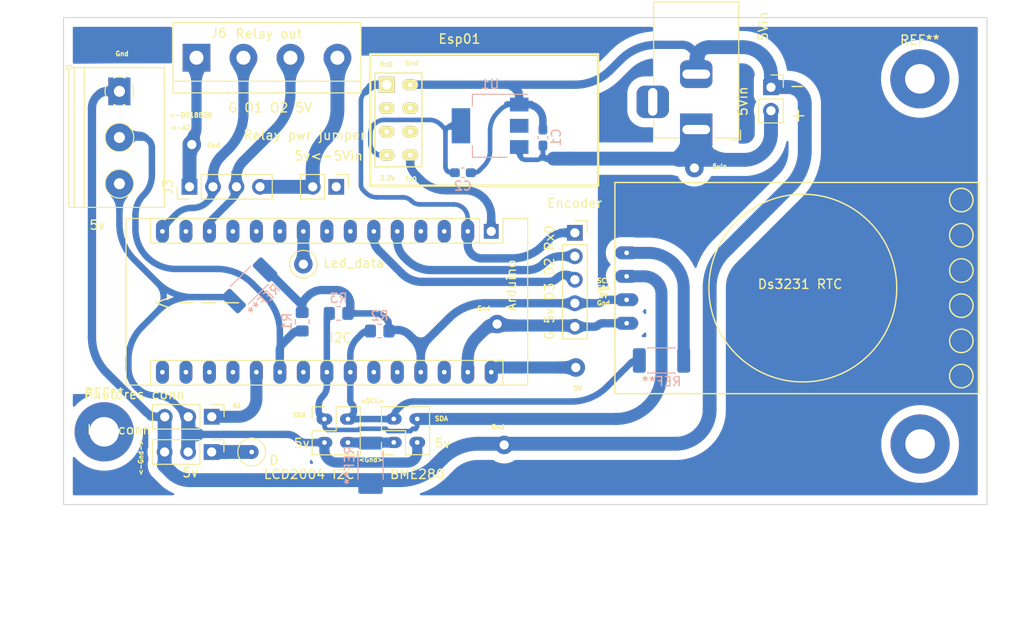
<source format=kicad_pcb>
(kicad_pcb (version 20211014) (generator pcbnew)
  (layers (0 "F.Cu" signal) (31 "B.Cu" signal) (34 "B.Paste" user) (35 "F.Paste" user) (36 "B.SilkS" user "B.Silkscreen") (37 "F.SilkS" user "F.Silkscreen") (38 "B.Mask" user) (39 "F.Mask" user) (44 "Edge.Cuts" user))
  (net 0 "")
  (net 1 "Tx1")
  (net 2 "Rx0")
  (net 4 "GND")
  (net 5 "D2")
  (net 6 "D3")
  (net 12 "D10")
  (net 14 "D12")
  (net 19 "A2")
  (net 21 "SDA")
  (net 22 "SCL")
  (net 24 "5v_ardu")
  (net 26 "5v_vin")
  (net 27 "Net-(C2-Pad1)")
  (net 28 "5v_Relay")
  (net 34 "A1")
  (net 35 "D")
  (footprint "" (layer "F.Cu") (at 173.5836 120.7516)
    (fp_text reference "")
    (fp_text value "")
  )
  (footprint "" (layer "F.Cu") (at 186.4106 99.1616)
    (fp_text reference "")
    (fp_text value "")
  )
  (footprint "" (layer "F.Cu") (at 165.8366 129.1336)
    (fp_text reference "")
    (fp_text value "")
  )
  (footprint "Connector_PinHeader_2.54mm:PinHeader_1x03_P2.54mm_Vertical" (layer "F.Cu") (at 134.1986 129.8956 -90)
    (fp_text reference "Led conn")
    (fp_text value "Led")
  )
  (footprint "MountingHole:MountingHole_3.2mm_M3_Pad" (layer "F.Cu") (at 122.5804 127.7112)
    (fp_text reference "REF**")
    (fp_text value "MountingHole_3.2mm_M3_Pad")
  )
  (footprint "megasaturnv_custom_components:RTC_DS3231" (layer "F.Cu") (at 217.1841 123.5851 180)
    (fp_text reference "Ds3231 RTC")
    (fp_text value "RTC_DS3231")
  )
  (footprint "" (layer "F.Cu") (at 165.0746 116.0526)
    (fp_text reference "")
    (fp_text value "")
  )
  (footprint "TerminalBlock_Philmore:TerminalBlock_Philmore_TB133_1x03_P5.00mm_Horizontal" (layer "F.Cu") (at 124.2266 90.8596 -90)
    (fp_text reference "<-DS18B20")
    (fp_text value "DS18B20")
  )
  (footprint "Connector_PinSocket_2.54mm:PinSocket_1x02_P2.54mm_Vertical" (layer "F.Cu") (at 194.6906 90.4186)
    (fp_text reference "5Vin")
    (fp_text value "PinSocket_1x02_P2.54mm_Vertical")
  )
  (footprint "Connector_PinSocket_2.54mm:PinSocket_2x02_P2.54mm_Vertical" (layer "F.Cu") (at 153.8986 128.8596 180)
    (fp_text reference "BME280")
    (fp_text value "BME280_module")
  )
  (footprint "Connector_PinHeader_2.54mm:PinHeader_1x04_P2.54mm_Vertical" (layer "F.Cu") (at 131.8056 101.1936 90)
    (fp_text reference "J3")
    (fp_text value "Relay_conn")
  )
  (footprint "Connector_PinHeader_2.54mm:PinHeader_2x02_P2.54mm_Vertical" (layer "F.Cu") (at 146.4006 126.3346)
    (fp_text reference "LCD2004 I2C")
    (fp_text value "LCD2004_I2C")
  )
  (footprint "TestPoint:TestPoint_Loop_D1.80mm_Drill1.0mm_Beaded" (layer "F.Cu") (at 138.5316 129.8956)
    (fp_text reference "D")
    (fp_text value "TestPoint_Loop_D1.80mm_Drill1.0mm_Beaded")
  )
  (footprint "MountingHole:MountingHole_3.2mm_M3_Pad" (layer "F.Cu") (at 210.7946 89.5096)
    (fp_text reference "REF**")
    (fp_text value "MountingHole_3.2mm_M3_Pad")
  )
  (footprint "Connector_BarrelJack:BarrelJack_Horizontal" (layer "F.Cu") (at 186.6061 95.0016 -90)
    (fp_text reference "5Vin")
    (fp_text value "Jack-DC")
  )
  (footprint "" (layer "F.Cu") (at 132.0546 96.6216)
    (fp_text reference "")
    (fp_text value "")
  )
  (footprint "Connector_PinSocket_2.54mm:PinSocket_1x05_P2.54mm_Vertical" (layer "F.Cu") (at 173.4816 106.1766)
    (fp_text reference "Encoder")
    (fp_text value "circle_encoder")
  )
  (footprint "Module:Arduino_Nano" (layer "F.Cu") (at 164.4396 106.0196 -90)
    (fp_text reference "Arduino")
    (fp_text value "Arduino_Nano_v3.x")
  )
  (footprint "Connector_PinHeader_2.54mm:PinHeader_1x03_P2.54mm_Vertical" (layer "F.Cu") (at 134.2136 126.0856 -90)
    (fp_text reference "Photores conn")
    (fp_text value "Photoresistor")
  )
  (footprint "" (layer "F.Cu") (at 210.82 129.032)
    (fp_text reference "")
    (fp_text value "")
  )
  (footprint "TestPoint:TestPoint_Loop_D1.80mm_Drill1.0mm_Beaded" (layer "F.Cu") (at 144.1196 109.5756)
    (fp_text reference "Led_data")
    (fp_text value "TestPoint_Loop_D1.80mm_Drill1.0mm_Beaded")
  )
  (footprint "TerminalBlock:TerminalBlock_bornier-4_P5.08mm" (layer "F.Cu") (at 132.5626 87.2236)
    (fp_text reference "J6")
    (fp_text value "Relay_conn_term")
  )
  (footprint "ESP8266:ESP-01" (layer "F.Cu") (at 153.1366 90.1446)
    (fp_text reference "Esp01")
    (fp_text value "ESP-01v090")
  )
  (footprint "Connector_PinHeader_2.54mm:PinHeader_1x02_P2.54mm_Vertical" (layer "F.Cu") (at 147.6756 101.1936 -90)
    (fp_text reference "Relay pwr jumper")
    (fp_text value "vin->relay_in")
  )
  (footprint "Resistor_SMD:R_0805_2012Metric_Pad1.20x1.40mm_HandSolder" (layer "B.Cu") (at 143.9926 115.7986 -90)
    (fp_text reference "R1")
    (fp_text value "4.7k")
  )
  (footprint "Resistor_SMD:R_2010_5025Metric_Pad1.40x2.65mm_HandSolder" (layer "B.Cu") (at 138.2776 111.8616 45)
    (fp_text reference "REF**")
    (fp_text value "R_2010_5025Metric_Pad1.40x2.65mm_HandSolder")
  )
  (footprint "Capacitor_SMD:C_0603_1608Metric_Pad1.08x0.95mm_HandSolder" (layer "B.Cu") (at 161.3651 99.6696)
    (fp_text reference "C2")
    (fp_text value "1uF")
  )
  (footprint "Capacitor_SMD:C_0603_1608Metric_Pad1.08x0.95mm_HandSolder" (layer "B.Cu") (at 170.0276 95.8596 90)
    (fp_text reference "C1")
    (fp_text value "10uF")
  )
  (footprint "Resistor_SMD:R_0805_2012Metric_Pad1.20x1.40mm_HandSolder" (layer "B.Cu") (at 147.9296 114.8996 180)
    (fp_text reference "R3")
    (fp_text value "4.7k")
  )
  (footprint "Resistor_SMD:R_0805_2012Metric_Pad1.20x1.40mm_HandSolder" (layer "B.Cu") (at 152.3746 116.8046 180)
    (fp_text reference "R2")
    (fp_text value "4.7k")
  )
  (footprint "Resistor_SMD:R_2010_5025Metric_Pad1.40x2.65mm_HandSolder" (layer "B.Cu") (at 151.384 131.331 -90)
    (fp_text reference "REF**")
    (fp_text value "R_2010_5025Metric_Pad1.40x2.65mm_HandSolder")
  )
  (footprint "Resistor_SMD:R_2010_5025Metric_Pad1.40x2.65mm_HandSolder" (layer "B.Cu") (at 182.8546 119.9896)
    (fp_text reference "REF**")
    (fp_text value "R_2010_5025Metric_Pad1.40x2.65mm_HandSolder")
  )
  (footprint "Package_TO_SOT_SMD:SOT-223-3_TabPin2" (layer "B.Cu") (at 164.3126 94.5896 180)
    (fp_text reference "U1")
    (fp_text value "AMS1117-3.3")
  )
  (gr_line (start 209.169 89.535) (end 212.344 89.535) (layer "B.Cu") (width 0.2))
  (gr_line (start 212.344 89.535) (end 209.169 89.535) (layer "B.Cu") (width 0.2))
  (gr_rect (start 118.1862 82.8802) (end 218.059 135.5852) (layer "Edge.Cuts") (width 0.1) (fill none))
  (gr_text "SCL\nSDA\n5V\nGnd" (at 176.5808 112.5728) (layer "F.SilkS") (effects (font (size 0.5 0.5) (thickness 0.125))))
  (gr_text "Gnd" (at 165.1508 127.1778) (layer "F.SilkS") (effects (font (size 0.5 0.5) (thickness 0.125))))
  (gr_text "<SCL>" (at 151.5618 124.3838) (layer "F.SilkS") (effects (font (size 0.5 0.5) (thickness 0.125))))
  (gr_text "I2C\n" (at 148.1328 117.5258) (layer "F.SilkS") (effects (font (size 1 1))))
  (gr_text "5v" (at 143.9418 128.9558) (layer "F.SilkS") (effects (font (size 1 1))))
  (gr_text "5vIn" (at 189.1538 98.9838) (layer "F.SilkS") (effects (font (size 0.5 0.5) (thickness 0.125))))
  (gr_text "<Gnd>" (at 151.4348 130.7338) (layer "F.SilkS") (effects (font (size 0.5 0.5) (thickness 0.125))))
  (gr_text "5v<-5Vin" (at 146.8628 97.8408) (layer "F.SilkS") (effects (font (size 1 1))))
  (gr_text "Gnd" (at 134.4168 96.6978) (layer "F.SilkS") (effects (font (size 0.5 0.5) (thickness 0.125))))
  (gr_text "<-A2" (at 130.8608 94.7928) (layer "F.SilkS") (effects (font (size 0.5 0.5) (thickness 0.125))))
  (gr_text "Gnd" (at 155.8798 87.8078) (layer "F.SilkS") (effects (font (size 0.5 0.5) (thickness 0.125))))
  (gr_text "-" (at 197.5358 90.2208) (layer "F.SilkS") (effects (font (size 1.5 1.5))))
  (gr_text "5v" (at 131.8768 132.1308) (layer "F.SilkS") (effects (font (size 1 1))))
  (gr_text "SDA" (at 143.6878 125.9078) (layer "F.SilkS") (effects (font (size 0.5 0.5) (thickness 0.125))))
  (gr_text "5V" (at 173.7868 122.9868) (layer "F.SilkS") (effects (font (size 0.5 0.5) (thickness 0.125))))
  (gr_text "Relay out" (at 140.3858 84.6328) (layer "F.SilkS") (effects (font (size 1 1))))
  (gr_text "+\n" (at 197.6628 93.3958) (layer "F.SilkS") (effects (font (size 1.5 1.5))))
  (gr_text "A1" (at 136.9568 124.8918) (layer "F.SilkS") (effects (font (size 0.5 0.5) (thickness 0.125))))
  (gr_text "Rx0" (at 153.0858 87.9348) (layer "F.SilkS") (effects (font (size 0.5 0.5) (thickness 0.125))))
  (gr_text "Tx0" (at 155.7528 100.3808) (layer "F.SilkS") (effects (font (size 0.5 0.5) (thickness 0.125))))
  (gr_text "G O1 O2 5V" (at 140.5128 92.6338) (layer "F.SilkS") (effects (font (size 1 1))))
  (gr_text "5v" (at 159.1818 128.9558) (layer "F.SilkS") (effects (font (size 1 1))))
  (gr_text "SDA" (at 159.0548 126.2888) (layer "F.SilkS") (effects (font (size 0.5 0.5) (thickness 0.125))))
  (gr_text "Gnd" (at 124.5108 86.7918) (layer "F.SilkS") (effects (font (size 0.5 0.5) (thickness 0.125))))
  (gr_text "3.3V" (at 153.2128 100.2538) (layer "F.SilkS") (effects (font (size 0.5 0.5) (thickness 0.125))))
  (gr_text "<---" (at 132.6388 113.5888) (layer "F.SilkS") (effects (font (size 2 2))))
  (gr_text "Gnd" (at 163.6268 114.3508) (layer "F.SilkS") (effects (font (size 0.5 0.5) (thickness 0.125))))
  (gr_text "<-Gnd->" (at 126.5428 130.4798 90) (layer "F.SilkS") (effects (font (size 0.5 0.5) (thickness 0.125))))
  (gr_text "G 5v D3 D2 Rx0" (at 170.7388 111.5568 90) (layer "F.SilkS") (effects (font (size 1 1))))
  (gr_text "5v" (at 121.8438 105.3338) (layer "F.SilkS") (effects (font (size 1 1))))
  (segment (start 164.4396 104.393033) (end 164.4396 106.0196) (width 0.9) (layer "B.Cu") (net 1))
  (segment (start 155.6766 98.5266) (end 155.6766 97.7646) (width 0.9) (layer "B.Cu") (net 1))
  (segment (start 156.215415 99.827415) (end 156.8196 100.4316) (width 0.9) (layer "B.Cu") (net 1))
  (segment (start 161.621166 101.5746) (end 159.579046 101.5746) (width 0.9) (layer "B.Cu") (net 1))
  (arc (start 155.6766 98.5266) (mid 155.816633 99.230596) (end 156.215415 99.827415) (width 0.9) (layer "B.Cu") (net 1))
  (arc (start 163.6141 102.4001) (mid 164.225059 103.314465) (end 164.4396 104.393033) (width 0.9) (layer "B.Cu") (net 1))
  (arc (start 156.8196 100.4316) (mid 158.085644 101.277543) (end 159.579046 101.5746) (width 0.9) (layer "B.Cu") (net 1))
  (arc (start 163.6141 102.4001) (mid 162.699734 101.78914) (end 161.621166 101.5746) (width 0.9) (layer "B.Cu") (net 1))
  (segment (start 150.3426 100.1776) (end 150.3426 100.9396) (width 0.5) (layer "B.Cu") (net 2))
  (segment (start 172.4381 106.1766) (end 173.4816 106.1766) (width 0.9) (layer "B.Cu") (net 2))
  (segment (start 161.8996 106.0196) (end 161.8996 104.616217) (width 0.5) (layer "B.Cu") (net 2))
  (segment (start 154.883784 102.3366) (end 152.07702 102.3366) (width 0.5) (layer "B.Cu") (net 2))
  (segment (start 150.8506 90.9066) (end 150.7236 91.0336) (width 0.5) (layer "B.Cu") (net 2))
  (segment (start 170.656734 106.914465) (end 170.0126 107.5586) (width 0.9) (layer "B.Cu") (net 2))
  (segment (start 161.8996 106.0196) (end 161.8996 107.422982) (width 0.9) (layer "B.Cu") (net 2))
  (segment (start 151.3586 90.3986) (end 150.8506 90.9066) (width 0.8) (layer "B.Cu") (net 2))
  (segment (start 163.417217 108.9406) (end 166.676156 108.9406) (width 0.9) (layer "B.Cu") (net 2))
  (segment (start 150.612007 101.590007) (end 150.8506 101.8286) (width 0.5) (layer "B.Cu") (net 2))
  (segment (start 160.381982 103.0986) (end 156.723415 103.0986) (width 0.5) (layer "B.Cu") (net 2))
  (segment (start 151.97181 90.1446) (end 153.1366 90.1446) (width 0.9) (layer "B.Cu") (net 2))
  (segment (start 150.3426 100.1776) (end 150.3426 91.953415) (width 0.5) (layer "B.Cu") (net 2))
  (arc (start 151.97181 90.1446) (mid 151.639943 90.210612) (end 151.3586 90.3986) (width 0.9) (layer "B.Cu") (net 2))
  (arc (start 172.4381 106.1766) (mid 171.474031 106.368364) (end 170.656734 106.914465) (width 0.9) (layer "B.Cu") (net 2))
  (arc (start 161.4551 103.5431) (mid 160.962749 103.214121) (end 160.381982 103.0986) (width 0.5) (layer "B.Cu") (net 2))
  (arc (start 161.4551 103.5431) (mid 161.784078 104.03545) (end 161.8996 104.616217) (width 0.5) (layer "B.Cu") (net 2))
  (arc (start 155.8036 102.7176) (mid 156.225614 102.999581) (end 156.723415 103.0986) (width 0.5) (layer "B.Cu") (net 2))
  (arc (start 150.8506 101.8286) (mid 151.413286 102.204575) (end 152.07702 102.3366) (width 0.5) (layer "B.Cu") (net 2))
  (arc (start 170.0126 107.5586) (mid 168.481826 108.581429) (end 166.676156 108.9406) (width 0.9) (layer "B.Cu") (net 2))
  (arc (start 155.8036 102.7176) (mid 155.381584 102.435618) (end 154.883784 102.3366) (width 0.5) (layer "B.Cu") (net 2))
  (arc (start 150.3426 100.9396) (mid 150.412616 101.291597) (end 150.612007 101.590007) (width 0.5) (layer "B.Cu") (net 2))
  (arc (start 161.8996 107.422982) (mid 162.015121 108.003749) (end 162.3441 108.4961) (width 0.9) (layer "B.Cu") (net 2))
  (arc (start 150.7236 91.0336) (mid 150.441618 91.455614) (end 150.3426 91.953415) (width 0.5) (layer "B.Cu") (net 2))
  (arc (start 162.3441 108.4961) (mid 162.83645 108.825078) (end 163.417217 108.9406) (width 0.9) (layer "B.Cu") (net 2))
  (segment (start 128.3716 126.0856) (end 129.122993 126.0856) (width 0.9) (layer "B.Cu") (net 4))
  (segment (start 129.1186 126.111206) (end 129.1186 129.8956) (width 1.5) (layer "B.Cu") (net 4))
  (segment (start 132.0546 96.09181) (end 132.0546 96.44553) (width 1.1) (layer "B.Cu") (net 4))
  (segment (start 176.47379 115.9651) (end 179.0841 115.9651) (width 0.9) (layer "B.Cu") (net 4))
  (segment (start 123.074254 90.8596) (end 124.2266 90.8596) (width 0.9) (layer "B.Cu") (net 4))
  (segment (start 163.614099 98.971099) (end 163.158844 99.426355) (width 0.5) (layer "B.Cu") (net 4))
  (segment (start 168.1031 92.2896) (end 166.8221 92.2896) (width 0.8) (layer "B.Cu") (net 4))
  (segment (start 154.565636 132.9436) (end 131.825033 132.9436) (width 1.5) (layer "B.Cu") (net 4))
  (segment (start 167.4626 91.61954) (end 167.4626 91.6491) (width 0.9) (layer "B.Cu") (net 4))
  (segment (start 129.1186 131.101404) (end 129.1186 129.8956) (width 1.5) (layer "B.Cu") (net 4))
  (segment (start 161.8996 119.8626) (end 161.8996 121.2596) (width 1.3) (layer "B.Cu") (net 4))
  (segment (start 131.8056 101.186528) (end 131.8056 97.046669) (width 1.5) (layer "B.Cu") (net 4))
  (segment (start 166.8221 92.2896) (end 166.7201 92.2896) (width 0.5) (layer "B.Cu") (net 4))
  (segment (start 168.311957 92.2896) (end 168.1031 92.2896) (width 0.8) (layer "B.Cu") (net 4))
  (segment (start 175.576909 116.3366) (end 173.556694 116.3366) (width 0.9) (layer "B.Cu") (net 4))
  (segment (start 132.5626 94.865389) (end 132.5626 87.2236) (width 1.1) (layer "B.Cu") (net 4))
  (segment (start 158.413392 131.349806) (end 159.162807 130.600392) (width 1.5) (layer "B.Cu") (net 4))
  (segment (start 162.5716 99.6696) (end 162.2276 99.6696) (width 0.5) (layer "B.Cu") (net 4))
  (segment (start 198.3486 92.214807) (end 198.3486 97.288636) (width 1.5) (layer "B.Cu") (net 4))
  (segment (start 167.20954 90.1446) (end 173.488636 90.1446) (width 0.9) (layer "B.Cu") (net 4))
  (segment (start 170.0276 94.005242) (end 170.0276 94.9971) (width 0.8) (layer "B.Cu") (net 4))
  (segment (start 153.872993 128.8746) (end 148.9406 128.8746) (width 1.1) (layer "B.Cu") (net 4))
  (segment (start 122.853392 121.329392) (end 127.070784 125.546784) (width 0.9) (layer "B.Cu") (net 4))
  (segment (start 129.8321 132.1181) (end 129.0626 131.3486) (width 1.5) (layer "B.Cu") (net 4))
  (segment (start 165.145099 93.122099) (end 165.452573 92.814626) (width 0.5) (layer "B.Cu") (net 4))
  (segment (start 186.6061 87.481281) (end 186.6061 89.0016) (width 1.5) (layer "B.Cu") (net 4))
  (segment (start 162.887427 117.477771) (end 164.043192 116.322007) (width 1.3) (layer "B.Cu") (net 4))
  (segment (start 193.7891 86.9821) (end 193.794342 86.987342) (width 1.5) (layer "B.Cu") (net 4))
  (segment (start 185.109784 85.8266) (end 182.314563 85.8266) (width 0.9) (layer "B.Cu") (net 4))
  (segment (start 131.8006 101.1886) (end 131.7956 101.1836) (width 1.5) (layer "B.Cu") (net 4))
  (segment (start 194.730327 90.3986) (end 196.532392 90.3986) (width 1.5) (layer "B.Cu") (net 4))
  (segment (start 194.6906 89.1511) (end 194.6906 90.415807) (width 1.5) (layer "B.Cu") (net 4))
  (segment (start 165.987659 90.1446) (end 167.20954 90.1446) (width 0.9) (layer "B.Cu") (net 4))
  (segment (start 184.375956 129.0066) (end 163.010563 129.0066) (width 1.5) (layer "B.Cu") (net 4))
  (segment (start 173.032239 116.205) (end 165.334763 116.205) (width 1.3) (layer "B.Cu") (net 4))
  (segment (start 188.0616 125.320956) (end 188.0616 112.083563) (width 1.5) (layer "B.Cu") (net 4))
  (segment (start 189.655392 108.235807) (end 196.754807 101.136392) (width 1.5) (layer "B.Cu") (net 4))
  (segment (start 191.612686 86.0806) (end 188.006781 86.0806) (width 1.5) (layer "B.Cu") (net 4))
  (segment (start 186.0296 86.2076) (end 186.4106 86.5886) (width 0.9) (layer "B.Cu") (net 4))
  (segment (start 121.2596 117.481636) (end 121.2596 92.674254) (width 0.9) (layer "B.Cu") (net 4))
  (segment (start 164.966836 116.0526) (end 164.6936 116.0526) (width 1.3) (layer "B.Cu") (net 4))
  (segment (start 194.706184 90.408599) (end 194.698159 90.416625) (width 1.5) (layer "B.Cu") (net 4))
  (segment (start 173.300305 116.2304) (end 173.09356 116.2304) (width 0.9) (layer "B.Cu") (net 4))
  (segment (start 177.336392 88.550806) (end 178.466807 87.420392) (width 0.9) (layer "B.Cu") (net 4))
  (segment (start 164.3126 95.131932) (end 164.3126 97.284771) (width 0.5) (layer "B.Cu") (net 4))
  (segment (start 153.8911 128.8671) (end 153.8986 128.8596) (width 1.1) (layer "B.Cu") (net 4))
  (segment (start 165.987659 90.1446) (end 155.6766 90.1446) (width 0.9) (layer "B.Cu") (net 4))
  (arc (start 129.0626 131.2366) (mid 129.039404 131.2926) (end 129.0626 131.3486) (width 1.5) (layer "B.Cu") (net 4))
  (arc (start 194.730327 90.3986) (mid 194.717261 90.401198) (end 194.706184 90.408599) (width 1.5) (layer "B.Cu") (net 4))
  (arc (start 162.887427 117.477771) (mid 162.156327 118.57194) (end 161.8996 119.8626) (width 1.3) (layer "B.Cu") (net 4))
  (arc (start 129.1261 126.0931) (mid 129.120549 126.101407) (end 129.1186 126.111206) (width 1.5) (layer "B.Cu") (net 4))
  (arc (start 132.3086 95.4786) (mid 132.120612 95.759943) (end 132.0546 96.09181) (width 1.1) (layer "B.Cu") (net 4))
  (arc (start 198.3486 97.288636) (mid 197.934386 99.371026) (end 196.754807 101.136392) (width 1.5) (layer "B.Cu") (net 4))
  (arc (start 177.336392 88.550806) (mid 175.571026 89.730386) (end 173.488636 90.1446) (width 0.9) (layer "B.Cu") (net 4))
  (arc (start 182.314563 85.8266) (mid 180.232172 86.240813) (end 178.466807 87.420392) (width 0.9) (layer "B.Cu") (net 4))
  (arc (start 165.1508 116.1288) (mid 165.235202 116.185196) (end 165.334763 116.205) (width 1.3) (layer "B.Cu") (net 4))
  (arc (start 173.0629 116.2177) (mid 173.076967 116.227099) (end 173.09356 116.2304) (width 1.3) (layer "B.Cu") (net 4))
  (arc (start 188.0616 125.320956) (mid 187.781047 126.731391) (end 186.9821 127.9271) (width 1.5) (layer "B.Cu") (net 4))
  (arc (start 123.074254 90.8596) (mid 122.379816 90.997732) (end 121.7911 91.3911) (width 0.9) (layer "B.Cu") (net 4))
  (arc (start 173.0629 116.2177) (mid 173.048832 116.2083) (end 173.032239 116.205) (width 1.3) (layer "B.Cu") (net 4))
  (arc (start 167.20954 90.1446) (mid 166.975743 90.300817) (end 167.0306 90.5766) (width 0.9) (layer "B.Cu") (net 4))
  (arc (start 198.3486 92.214807) (mid 197.816644 90.930554) (end 196.532392 90.3986) (width 1.5) (layer "B.Cu") (net 4))
  (arc (start 167.4626 91.6491) (mid 167.650198 92.102001) (end 168.1031 92.2896) (width 0.9) (layer "B.Cu") (net 4))
  (arc (start 193.794342 86.987342) (mid 194.45767 87.980082) (end 194.6906 89.1511) (width 1.5) (layer "B.Cu") (net 4))
  (arc (start 187.01635 86.49085) (mid 186.71272 86.945263) (end 186.6061 87.481281) (width 1.5) (layer "B.Cu") (net 4))
  (arc (start 186.0296 86.2076) (mid 185.607584 85.925618) (end 185.109784 85.8266) (width 0.9) (layer "B.Cu") (net 4))
  (arc (start 167.0306 90.5766) (mid 166.552094 90.256873) (end 165.987659 90.1446) (width 0.9) (layer "B.Cu") (net 4))
  (arc (start 164.6936 116.0526) (mid 164.341601 116.122616) (end 164.043192 116.322007) (width 1.3) (layer "B.Cu") (net 4))
  (arc (start 165.145099 93.122099) (mid 164.528959 94.044218) (end 164.3126 95.131932) (width 0.5) (layer "B.Cu") (net 4))
  (arc (start 193.7891 86.9821) (mid 192.790552 86.314892) (end 191.612686 86.0806) (width 1.5) (layer "B.Cu") (net 4))
  (arc (start 129.1261 126.0931) (mid 129.127052 126.088312) (end 129.122993 126.0856) (width 1.5) (layer "B.Cu") (net 4))
  (arc (start 167.0306 90.5766) (mid 167.350326 91.055104) (end 167.4626 91.61954) (width 0.9) (layer "B.Cu") (net 4))
  (arc (start 127.070784 125.546784) (mid 127.667603 125.945566) (end 128.3716 126.0856) (width 0.9) (layer "B.Cu") (net 4))
  (arc (start 129.8321 132.1181) (mid 130.746465 132.729059) (end 131.825033 132.9436) (width 1.5) (layer "B.Cu") (net 4))
  (arc (start 158.413392 131.349806) (mid 156.648026 132.529386) (end 154.565636 132.9436) (width 1.5) (layer "B.Cu") (net 4))
  (arc (start 166.7201 92.2896) (mid 166.034119 92.426049) (end 165.452573 92.814626) (width 0.5) (layer "B.Cu") (net 4))
  (arc (start 176.02535 116.15085) (mid 175.819603 116.288325) (end 175.576909 116.3366) (width 0.9) (layer "B.Cu") (net 4))
  (arc (start 132.0546 96.44553) (mid 132.022243 96.608197) (end 131.9301 96.7461) (width 1.1) (layer "B.Cu") (net 4))
  (arc (start 169.5251 92.7921) (mid 169.897004 93.348694) (end 170.0276 94.005242) (width 0.8) (layer "B.Cu") (net 4))
  (arc (start 188.006781 86.0806) (mid 187.470763 86.18722) (end 187.01635 86.49085) (width 1.5) (layer "B.Cu") (net 4))
  (arc (start 132.5626 94.865389) (mid 132.496587 95.197256) (end 132.3086 95.4786) (width 1.1) (layer "B.Cu") (net 4))
  (arc (start 131.8006 101.1886) (mid 131.803791 101.189234) (end 131.8056 101.186528) (width 1.5) (layer "B.Cu") (net 4))
  (arc (start 163.158844 99.426355) (mid 162.889414 99.606382) (end 162.5716 99.6696) (width 0.5) (layer "B.Cu") (net 4))
  (arc (start 153.8911 128.8671) (mid 153.882792 128.87265) (end 153.872993 128.8746) (width 1.1) (layer "B.Cu") (net 4))
  (arc (start 173.4285 116.2835) (mid 173.487316 116.322799) (end 173.556694 116.3366) (width 0.9) (layer "B.Cu") (net 4))
  (arc (start 121.2596 117.481636) (mid 121.673813 119.564026) (end 122.853392 121.329392) (width 0.9) (layer "B.Cu") (net 4))
  (arc (start 166.8221 92.2896) (mid 167.275001 92.102001) (end 167.4626 91.6491) (width 0.5) (layer "B.Cu") (net 4))
  (arc (start 194.698159 90.416625) (mid 194.695972 90.418086) (end 194.693392 90.4186) (width 1.5) (layer "B.Cu") (net 4))
  (arc (start 165.1508 116.1288) (mid 165.066396 116.072403) (end 164.966836 116.0526) (width 1.3) (layer "B.Cu") (net 4))
  (arc (start 194.6906 90.415807) (mid 194.691417 90.417781) (end 194.693392 90.4186) (width 1.5) (layer "B.Cu") (net 4))
  (arc (start 173.4285 116.2835) (mid 173.369683 116.2442) (end 173.300305 116.2304) (width 0.9) (layer "B.Cu") (net 4))
  (arc (start 131.9301 96.7461) (mid 131.837956 96.884002) (end 131.8056 97.046669) (width 1.5) (layer "B.Cu") (net 4))
  (arc (start 169.5251 92.7921) (mid 168.968505 92.420195) (end 168.311957 92.2896) (width 0.8) (layer "B.Cu") (net 4))
  (arc (start 163.010563 129.0066) (mid 160.928172 129.420813) (end 159.162807 130.600392) (width 1.5) (layer "B.Cu") (net 4))
  (arc (start 129.1186 131.101404) (mid 129.104046 131.174571) (end 129.0626 131.2366) (width 1.5) (layer "B.Cu") (net 4))
  (arc (start 121.7911 91.3911) (mid 121.397732 91.979816) (end 121.2596 92.674254) (width 0.9) (layer "B.Cu") (net 4))
  (arc (start 189.655392 108.235807) (mid 188.475813 110.001172) (end 188.0616 112.083563) (width 1.5) (layer "B.Cu") (net 4))
  (arc (start 176.47379 115.9651) (mid 176.231096 116.013374) (end 176.02535 116.15085) (width 0.9) (layer "B.Cu") (net 4))
  (arc (start 186.9821 127.9271) (mid 185.786391 128.726047) (end 184.375956 129.0066) (width 1.5) (layer "B.Cu") (net 4))
  (arc (start 164.3126 97.284771) (mid 164.131065 98.197405) (end 163.614099 98.971099) (width 0.5) (layer "B.Cu") (net 4))
  (segment (start 154.2796 107.0356) (end 154.2796 106.0196) (width 0.9) (layer "B.Cu") (net 5))
  (segment (start 155.3591 109.1311) (end 154.99802 108.77002) (width 0.9) (layer "B.Cu") (net 5))
  (segment (start 157.965243 110.2106) (end 168.336182 110.2106) (width 0.9) (layer "B.Cu") (net 5))
  (segment (start 171.943017 108.7166) (end 173.4816 108.7166) (width 0.9) (layer "B.Cu") (net 5))
  (arc (start 155.3591 109.1311) (mid 156.554808 109.930047) (end 157.965243 110.2106) (width 0.9) (layer "B.Cu") (net 5))
  (arc (start 170.1396 109.4636) (mid 169.312184 110.016461) (end 168.336182 110.2106) (width 0.9) (layer "B.Cu") (net 5))
  (arc (start 154.2796 107.0356) (mid 154.466311 107.974261) (end 154.99802 108.77002) (width 0.9) (layer "B.Cu") (net 5))
  (arc (start 171.943017 108.7166) (mid 170.967014 108.910738) (end 170.1396 109.4636) (width 0.9) (layer "B.Cu") (net 5))
  (segment (start 170.631784 111.4806) (end 156.959211 111.4806) (width 0.9) (layer "B.Cu") (net 6))
  (segment (start 151.7396 106.7816) (end 151.7396 106.0196) (width 0.9) (layer "B.Cu") (net 6))
  (segment (start 152.278415 108.082415) (end 154.769657 110.573657) (width 0.9) (layer "B.Cu") (net 6))
  (segment (start 173.2126 110.9876) (end 173.4816 111.2566) (width 0.9) (layer "B.Cu") (net 6))
  (segment (start 171.551599 111.099599) (end 171.575157 111.076042) (width 0.9) (layer "B.Cu") (net 6))
  (segment (start 172.4381 110.7186) (end 172.563176 110.7186) (width 0.9) (layer "B.Cu") (net 6))
  (arc (start 173.2126 110.9876) (mid 172.914641 110.78851) (end 172.563176 110.7186) (width 0.9) (layer "B.Cu") (net 6))
  (arc (start 171.551599 111.099599) (mid 171.129584 111.381581) (end 170.631784 111.4806) (width 0.9) (layer "B.Cu") (net 6))
  (arc (start 154.769657 110.573657) (mid 155.774233 111.244893) (end 156.959211 111.4806) (width 0.9) (layer "B.Cu") (net 6))
  (arc (start 172.4381 110.7186) (mid 171.971078 110.811496) (end 171.575157 111.076042) (width 0.9) (layer "B.Cu") (net 6))
  (arc (start 151.7396 106.7816) (mid 151.879633 107.485596) (end 152.278415 108.082415) (width 0.9) (layer "B.Cu") (net 6))
  (segment (start 136.8856 100.1751) (end 136.8856 100.7516) (width 1.1) (layer "B.Cu") (net 12))
  (segment (start 134.31881 104.644389) (end 136.573058 102.390141) (width 0.8) (layer "B.Cu") (net 12))
  (segment (start 142.7226 91.065636) (end 142.7226 87.2236) (width 1.1) (layer "B.Cu") (net 12))
  (segment (start 136.8856 100.7516) (end 136.8856 101.6356) (width 1.1) (layer "B.Cu") (net 12))
  (segment (start 133.9596 105.5116) (end 133.9596 106.0196) (width 0.8) (layer "B.Cu") (net 12))
  (segment (start 137.605788 98.436411) (end 141.128807 94.913392) (width 1.1) (layer "B.Cu") (net 12))
  (arc (start 134.31881 104.644389) (mid 134.052955 105.042269) (end 133.9596 105.5116) (width 0.8) (layer "B.Cu") (net 12))
  (arc (start 142.7226 91.065636) (mid 142.308386 93.148026) (end 141.128807 94.913392) (width 1.1) (layer "B.Cu") (net 12))
  (arc (start 136.8856 101.6356) (mid 136.804372 102.043954) (end 136.573058 102.390141) (width 0.8) (layer "B.Cu") (net 12))
  (arc (start 137.605788 98.436411) (mid 137.07277 99.234128) (end 136.8856 100.1751) (width 1.1) (layer "B.Cu") (net 12))
  (segment (start 134.3456 100.6881) (end 134.3456 99.9846) (width 1.1) (layer "B.Cu") (net 14))
  (segment (start 128.8796 105.976607) (end 128.8796 105.8291) (width 0.7) (layer "B.Cu") (net 14))
  (segment (start 128.91 105.9892) (end 128.9404 105.9588) (width 1.1) (layer "B.Cu") (net 14))
  (segment (start 132.0546 103.4796) (end 132.169038 103.4796) (width 0.7) (layer "B.Cu") (net 14))
  (segment (start 137.6426 93.224636) (end 137.6426 87.2236) (width 1.1) (layer "B.Cu") (net 14))
  (segment (start 133.708099 102.842099) (end 133.988157 102.562042) (width 0.7) (layer "B.Cu") (net 14))
  (segment (start 130.320179 104.19802) (end 129.014303 105.503896) (width 0.7) (layer "B.Cu") (net 14))
  (segment (start 136.048806 97.072392) (end 135.200492 97.920707) (width 1.1) (layer "B.Cu") (net 14))
  (segment (start 134.3456 100.6881) (end 134.3456 101.6991) (width 1.1) (layer "B.Cu") (net 14))
  (arc (start 137.6426 93.224636) (mid 137.228386 95.307026) (end 136.048806 97.072392) (width 1.1) (layer "B.Cu") (net 14))
  (arc (start 132.0546 103.4796) (mid 131.115938 103.666311) (end 130.320179 104.19802) (width 0.7) (layer "B.Cu") (net 14))
  (arc (start 134.3456 101.6991) (mid 134.252703 102.16612) (end 133.988157 102.562042) (width 0.7) (layer "B.Cu") (net 14))
  (arc (start 129.014303 105.503896) (mid 128.914608 105.6531) (end 128.8796 105.8291) (width 0.7) (layer "B.Cu") (net 14))
  (arc (start 128.8796 105.976607) (mid 128.890593 105.993059) (end 128.91 105.9892) (width 0.7) (layer "B.Cu") (net 14))
  (arc (start 133.708099 102.842099) (mid 133.001972 103.313918) (end 132.169038 103.4796) (width 0.7) (layer "B.Cu") (net 14))
  (arc (start 135.200492 97.920707) (mid 134.567779 98.867629) (end 134.3456 99.9846) (width 1.1) (layer "B.Cu") (net 14))
  (segment (start 143.6196 116.7986) (end 143.9926 116.7986) (width 0.9) (layer "B.Cu") (net 19))
  (segment (start 126.652587 95.8596) (end 124.2266 95.8596) (width 0.7) (layer "B.Cu") (net 19))
  (segment (start 134.769636 110.0836) (end 130.294651 110.0836) (width 0.7) (layer "B.Cu") (net 19))
  (segment (start 141.5796 116.893563) (end 141.5796 118.8466) (width 0.7) (layer "B.Cu") (net 19))
  (segment (start 125.9586 104.228835) (end 125.9586 105.747548) (width 0.7) (layer "B.Cu") (net 19))
  (segment (start 127.7366 96.943612) (end 127.7366 99.936364) (width 0.7) (layer "B.Cu") (net 19))
  (segment (start 141.5796 119.6086) (end 141.5796 118.8466) (width 0.9) (layer "B.Cu") (net 19))
  (segment (start 139.985807 113.045807) (end 138.617392 111.677392) (width 0.7) (layer "B.Cu") (net 19))
  (segment (start 141.5796 119.6086) (end 141.5796 121.2596) (width 0.9) (layer "B.Cu") (net 19))
  (segment (start 141.5796 118.8466) (end 141.5796 119.6086) (width 0.9) (layer "B.Cu") (net 19))
  (segment (start 141.849007 118.196192) (end 142.982849 117.06235) (width 0.9) (layer "B.Cu") (net 19))
  (arc (start 125.9586 105.747548) (mid 126.288662 107.406883) (end 127.2286 108.8136) (width 0.7) (layer "B.Cu") (net 19))
  (arc (start 127.2286 108.8136) (mid 128.635316 109.753537) (end 130.294651 110.0836) (width 0.7) (layer "B.Cu") (net 19))
  (arc (start 141.849007 118.196192) (mid 141.649616 118.494601) (end 141.5796 118.8466) (width 0.9) (layer "B.Cu") (net 19))
  (arc (start 127.4191 96.1771) (mid 127.654084 96.528778) (end 127.7366 96.943612) (width 0.7) (layer "B.Cu") (net 19))
  (arc (start 139.985807 113.045807) (mid 141.165386 114.811172) (end 141.5796 116.893563) (width 0.7) (layer "B.Cu") (net 19))
  (arc (start 126.8476 102.0826) (mid 126.189643 103.067301) (end 125.9586 104.228835) (width 0.7) (layer "B.Cu") (net 19))
  (arc (start 127.7366 99.936364) (mid 127.505556 101.097898) (end 126.8476 102.0826) (width 0.7) (layer "B.Cu") (net 19))
  (arc (start 141.5796 118.8466) (mid 141.5796 118.8466) (end 141.5796 118.8466) (width 0.7) (layer "B.Cu") (net 19))
  (arc (start 143.6196 116.7986) (mid 143.274992 116.867146) (end 142.982849 117.06235) (width 0.9) (layer "B.Cu") (net 19))
  (arc (start 127.4191 96.1771) (mid 127.06742 95.942115) (end 126.652587 95.8596) (width 0.7) (layer "B.Cu") (net 19))
  (arc (start 138.617392 111.677392) (mid 136.852026 110.497813) (end 134.769636 110.0836) (width 0.7) (layer "B.Cu") (net 19))
  (segment (start 146.685 127.508) (end 150.114 127.508) (width 0.5) (layer "B.Cu") (net 21))
  (segment (start 180.970807 110.8851) (end 179.0841 110.8851) (width 1.3) (layer "B.Cu") (net 21))
  (segment (start 153.035 127.381) (end 153.289 127.635) (width 0.5) (layer "B.Cu") (net 21))
  (segment (start 145.7706 124.936217) (end 145.7706 125.475925) (width 0.7) (layer "B.Cu") (net 21))
  (segment (start 146.4006 126.8426) (end 146.4006 126.3981) (width 0.3) (layer "B.Cu") (net 21))
  (segment (start 150.114 127.508) (end 150.241 127.381) (width 0.5) (layer "B.Cu") (net 21))
  (segment (start 155.956 127.381) (end 156.21 127.381) (width 0.5) (layer "B.Cu") (net 21))
  (segment (start 153.289 127.635) (end 155.702 127.635) (width 0.5) (layer "B.Cu") (net 21))
  (segment (start 177.902283 126.3196) (end 156.4386 126.3196) (width 1.3) (layer "B.Cu") (net 21))
  (segment (start 156.21 127.381) (end 156.2481 127.4191) (width 0.5) (layer "B.Cu") (net 21))
  (segment (start 146.4006 126.8426) (end 146.4006 127.0966) (width 0.3) (layer "B.Cu") (net 21))
  (segment (start 150.241 127.381) (end 153.035 127.381) (width 0.5) (layer "B.Cu") (net 21))
  (segment (start 155.702 127.635) (end 155.956 127.381) (width 0.5) (layer "B.Cu") (net 21))
  (segment (start 146.6596 121.2596) (end 146.6596 115.360518) (width 0.7) (layer "B.Cu") (net 21))
  (segment (start 182.8546 112.768892) (end 182.8546 121.367283) (width 1.3) (layer "B.Cu") (net 21))
  (segment (start 146.0221 126.0831) (end 146.228698 126.289698) (width 0.7) (layer "B.Cu") (net 21))
  (segment (start 146.6596 121.2596) (end 146.6596 122.789982) (width 0.7) (layer "B.Cu") (net 21))
  (segment (start 146.490402 127.313402) (end 146.685 127.508) (width 0.5) (layer "B.Cu") (net 21))
  (segment (start 156.4386 126.959192) (end 156.4386 126.3196) (width 0.5) (layer "B.Cu") (net 21))
  (segment (start 146.7946 115.0346) (end 146.9296 114.8996) (width 0.7) (layer "B.Cu") (net 21))
  (arc (start 146.4006 126.3981) (mid 146.382001 126.353198) (end 146.3371 126.3346) (width 0.3) (layer "B.Cu") (net 21))
  (arc (start 156.2481 127.4191) (mid 156.38909 127.208092) (end 156.4386 126.959192) (width 0.5) (layer "B.Cu") (net 21))
  (arc (start 182.8546 121.367283) (mid 182.477627 123.262452) (end 181.4041 124.8691) (width 1.3) (layer "B.Cu") (net 21))
  (arc (start 182.30285 111.43685) (mid 182.711204 112.047996) (end 182.8546 112.768892) (width 1.3) (layer "B.Cu") (net 21))
  (arc (start 182.30285 111.43685) (mid 181.691703 111.028495) (end 180.970807 110.8851) (width 1.3) (layer "B.Cu") (net 21))
  (arc (start 146.7946 115.0346) (mid 146.694685 115.184132) (end 146.6596 115.360518) (width 0.7) (layer "B.Cu") (net 21))
  (arc (start 146.2151 123.8631) (mid 145.886121 124.35545) (end 145.7706 124.936217) (width 0.7) (layer "B.Cu") (net 21))
  (arc (start 145.7706 125.475925) (mid 145.835962 125.804525) (end 146.0221 126.0831) (width 0.7) (layer "B.Cu") (net 21))
  (arc (start 146.4006 127.0966) (mid 146.423938 127.213932) (end 146.490402 127.313402) (width 0.5) (layer "B.Cu") (net 21))
  (arc (start 146.6596 122.789982) (mid 146.544078 123.370749) (end 146.2151 123.8631) (width 0.7) (layer "B.Cu") (net 21))
  (arc (start 181.4041 124.8691) (mid 179.797452 125.942627) (end 177.902283 126.3196) (width 1.3) (layer "B.Cu") (net 21))
  (arc (start 146.228698 126.289698) (mid 146.278433 126.32293) (end 146.3371 126.3346) (width 0.7) (layer "B.Cu") (net 21))
  (segment (start 153.8986 126.308993) (end 153.8986 126.0121) (width 0.7) (layer "B.Cu") (net 22))
  (segment (start 153.872993 126.3346) (end 149.0091 126.3346) (width 0.7) (layer "B.Cu") (net 22))
  (segment (start 185.2546 112.157922) (end 185.2546 119.9896) (width 1.3) (layer "B.Cu") (net 22))
  (segment (start 149.329099 126.083099) (end 149.126036 126.286163) (width 0.7) (layer "B.Cu") (net 22))
  (segment (start 149.1996 124.292192) (end 149.1996 121.2596) (width 0.7) (layer "B.Cu") (net 22))
  (segment (start 180.1306 119.9896) (end 180.4546 119.9896) (width 0.7) (layer "B.Cu") (net 22))
  (segment (start 154.116035 125.487164) (end 154.5336 125.0696) (width 0.7) (layer "B.Cu") (net 22))
  (segment (start 151.0541 116.8046) (end 151.3746 116.8046) (width 0.7) (layer "B.Cu") (net 22))
  (segment (start 176.955392 122.840807) (end 179.577497 120.218702) (width 0.7) (layer "B.Cu") (net 22))
  (segment (start 149.1996 119.423301) (end 149.1996 121.2596) (width 0.7) (layer "B.Cu") (net 22))
  (segment (start 150.506972 117.031227) (end 149.9666 117.5716) (width 0.7) (layer "B.Cu") (net 22))
  (segment (start 149.5806 125.212007) (end 149.5806 125.475925) (width 0.7) (layer "B.Cu") (net 22))
  (segment (start 181.441777 108.3451) (end 179.0841 108.3451) (width 1.3) (layer "B.Cu") (net 22))
  (segment (start 173.107636 124.4346) (end 156.066625 124.4346) (width 0.7) (layer "B.Cu") (net 22))
  (arc (start 180.1306 119.9896) (mid 179.831262 120.049141) (end 179.577497 120.218702) (width 0.7) (layer "B.Cu") (net 22))
  (arc (start 149.1996 124.292192) (mid 149.249109 124.541092) (end 149.3901 124.7521) (width 0.7) (layer "B.Cu") (net 22))
  (arc (start 184.13785 109.46185) (mid 182.900881 108.635333) (end 181.441777 108.3451) (width 1.3) (layer "B.Cu") (net 22))
  (arc (start 153.8986 126.308993) (mid 153.89665 126.318792) (end 153.8911 126.3271) (width 0.7) (layer "B.Cu") (net 22))
  (arc (start 149.5806 125.475925) (mid 149.515237 125.804525) (end 149.329099 126.083099) (width 0.7) (layer "B.Cu") (net 22))
  (arc (start 184.13785 109.46185) (mid 184.964366 110.698818) (end 185.2546 112.157922) (width 1.3) (layer "B.Cu") (net 22))
  (arc (start 149.126036 126.286163) (mid 149.072385 126.322011) (end 149.0091 126.3346) (width 0.7) (layer "B.Cu") (net 22))
  (arc (start 149.3901 124.7521) (mid 149.53109 124.963107) (end 149.5806 125.212007) (width 0.7) (layer "B.Cu") (net 22))
  (arc (start 156.066625 124.4346) (mid 155.236957 124.599631) (end 154.5336 125.0696) (width 0.7) (layer "B.Cu") (net 22))
  (arc (start 149.0091 126.3346) (mid 149.0091 126.3346) (end 149.0091 126.3346) (width 0.7) (layer "B.Cu") (net 22))
  (arc (start 154.116035 125.487164) (mid 153.955109 125.728006) (end 153.8986 126.0121) (width 0.7) (layer "B.Cu") (net 22))
  (arc (start 176.955392 122.840807) (mid 175.190026 124.020386) (end 173.107636 124.4346) (width 0.7) (layer "B.Cu") (net 22))
  (arc (start 153.8911 126.3271) (mid 153.882792 126.33265) (end 153.872993 126.3346) (width 0.7) (layer "B.Cu") (net 22))
  (arc (start 151.0541 116.8046) (mid 150.757996 116.863498) (end 150.506972 117.031227) (width 0.7) (layer "B.Cu") (net 22))
  (arc (start 149.9666 117.5716) (mid 149.398936 118.421167) (end 149.1996 119.423301) (width 0.7) (layer "B.Cu") (net 22))
  (segment (start 131.6736 128.9356) (end 131.6736 129.869993) (width 1.5) (layer "B.Cu") (net 24))
  (segment (start 146.4006 128.8746) (end 146.4006 129.729249) (width 1.1) (layer "B.Cu") (net 24))
  (segment (start 153.013268 115.421268) (end 152.9331 115.3411) (width 0.7) (layer "B.Cu") (net 24))
  (segment (start 149.120518 114.8996) (end 151.867224 114.8996) (width 0.7) (layer "B.Cu") (net 24))
  (segment (start 149.1996 114.438681) (end 149.1996 113.887217) (width 0.9) (layer "B.Cu") (net 24))
  (segment (start 126.0856 122.9106) (end 126.121475 122.946475) (width 0.7) (layer "B.Cu") (net 24))
  (segment (start 143.9926 114.2191) (end 143.9926 114.7986) (width 0.9) (layer "B.Cu") (net 24))
  (segment (start 163.742563 113.7966) (end 173.4816 113.7966) (width 0.9) (layer "B.Cu") (net 24))
  (segment (start 143.9926 114.4096) (end 143.9926 114.7986) (width 0.9) (layer "B.Cu") (net 24))
  (segment (start 175.957909 113.7966) (end 173.4816 113.7966) (width 0.9) (layer "B.Cu") (net 24))
  (segment (start 128.481387 114.545812) (end 126.678342 116.348857) (width 0.7) (layer "B.Cu") (net 24))
  (segment (start 144.627599 113.004599) (end 144.402368 113.229831) (width 0.9) (layer "B.Cu") (net 24))
  (segment (start 131.6661 129.8881) (end 131.6586 129.8956) (width 1.5) (layer "B.Cu") (net 24))
  (segment (start 146.4006 128.8746) (end 144.485682 128.8746) (width 0.8) (layer "B.Cu") (net 24))
  (segment (start 157.708599 117.576599) (end 159.894807 115.390392) (width 0.9) (layer "B.Cu") (net 24))
  (segment (start 153.3746 116.721868) (end 153.3746 116.2936) (width 0.7) (layer "B.Cu") (net 24))
  (segment (start 143.717535 113.745535) (end 140.19378 110.22178) (width 0.9) (layer "B.Cu") (net 24))
  (segment (start 156.8196 119.722835) (end 156.8196 121.2596) (width 0.9) (layer "B.Cu") (net 24))
  (segment (start 132.149563 113.1316) (end 135.7376 113.1316) (width 0.7) (layer "B.Cu") (net 24))
  (segment (start 125.1966 120.764364) (end 125.1966 119.9261) (width 0.7) (layer "B.Cu") (net 24))
  (segment (start 153.574331 116.6876) (end 154.2666 116.6876) (width 0.9) (layer "B.Cu") (net 24))
  (segment (start 146.160625 112.3696) (end 147.681982 112.3696) (width 0.9) (layer "B.Cu") (net 24))
  (segment (start 125.820392 109.056392) (end 128.301807 111.537807) (width 0.7) (layer "B.Cu") (net 24))
  (segment (start 156.4386 129.954587) (end 156.4386 128.8596) (width 1.1) (layer "B.Cu") (net 24))
  (segment (start 155.9306 117.5766) (end 155.589607 117.235607) (width 0.9) (layer "B.Cu") (net 24))
  (segment (start 142.351517 127.9906) (end 132.6186 127.9906) (width 0.8) (layer "B.Cu") (net 24))
  (segment (start 124.2266 105.208636) (end 124.2266 100.8596) (width 0.7) (layer "B.Cu") (net 24))
  (segment (start 140.0556 110.164544) (end 139.974656 110.164544) (width 0.9) (layer "B.Cu") (net 24))
  (segment (start 131.6736 126.0856) (end 131.6736 127.0456) (width 1.5) (layer "B.Cu") (net 24))
  (segment (start 176.85479 113.4251) (end 179.0841 113.4251) (width 0.9) (layer "B.Cu") (net 24))
  (segment (start 131.6736 128.9356) (end 131.6736 127.0456) (width 1.5) (layer "B.Cu") (net 24))
  (segment (start 131.6736 126.0856) (end 130.240724 124.652724) (width 0.7) (layer "B.Cu") (net 24))
  (segment (start 155.354587 131.0386) (end 147.70995 131.0386) (width 1.1) (layer "B.Cu") (net 24))
  (segment (start 144.2466 114.9096) (end 143.8496 114.9096) (width 0.7) (layer "B.Cu") (net 24))
  (arc (start 144.402368 113.229831) (mid 144.099095 113.683711) (end 143.9926 114.2191) (width 0.9) (layer "B.Cu") (net 24))
  (arc (start 157.708599 117.576599) (mid 157.050643 118.5613) (end 156.8196 119.722835) (width 0.9) (layer "B.Cu") (net 24))
  (arc (start 146.4006 129.729249) (mid 146.500268 130.230315) (end 146.7841 130.6551) (width 1.1) (layer "B.Cu") (net 24))
  (arc (start 148.7551 112.8141) (mid 149.084078 113.30645) (end 149.1996 113.887217) (width 0.9) (layer "B.Cu") (net 24))
  (arc (start 130.240724 124.652724) (mid 129.29576 124.021319) (end 128.1811 123.7996) (width 0.7) (layer "B.Cu") (net 24))
  (arc (start 128.301807 111.537807) (mid 130.067172 112.717386) (end 132.149563 113.1316) (width 0.7) (layer "B.Cu") (net 24))
  (arc (start 132.6186 127.9906) (mid 131.950384 128.267384) (end 131.6736 128.9356) (width 0.8) (layer "B.Cu") (net 24))
  (arc (start 131.6736 129.869993) (mid 131.67165 129.879792) (end 131.6661 129.8881) (width 1.5) (layer "B.Cu") (net 24))
  (arc (start 148.7551 112.8141) (mid 148.262749 112.485121) (end 147.681982 112.3696) (width 0.9) (layer "B.Cu") (net 24))
  (arc (start 146.160625 112.3696) (mid 145.330957 112.53463) (end 144.627599 113.004599) (width 0.9) (layer "B.Cu") (net 24))
  (arc (start 126.121475 122.946475) (mid 127.066439 123.57788) (end 128.1811 123.7996) (width 0.7) (layer "B.Cu") (net 24))
  (arc (start 149.0646 114.7646) (mid 149.047457 114.850781) (end 149.120518 114.8996) (width 0.9) (layer "B.Cu") (net 24))
  (arc (start 125.1966 120.764364) (mid 125.427643 121.925898) (end 126.0856 122.9106) (width 0.7) (layer "B.Cu") (net 24))
  (arc (start 131.6736 127.0456) (mid 131.950384 127.713815) (end 132.6186 127.9906) (width 1.5) (layer "B.Cu") (net 24))
  (arc (start 153.3746 116.721868) (mid 153.395754 116.753528) (end 153.4331 116.7461) (width 0.7) (layer "B.Cu") (net 24))
  (arc (start 126.678342 116.348857) (mid 125.581692 117.99011) (end 125.1966 119.9261) (width 0.7) (layer "B.Cu") (net 24))
  (arc (start 152.9331 115.3411) (mid 152.444072 115.014342) (end 151.867224 114.8996) (width 0.7) (layer "B.Cu") (net 24))
  (arc (start 143.717535 113.745535) (mid 143.921112 114.05021) (end 143.9926 114.4096) (width 0.9) (layer "B.Cu") (net 24))
  (arc (start 140.19378 110.22178) (mid 140.130382 110.179419) (end 140.0556 110.164544) (width 0.9) (layer "B.Cu") (net 24))
  (arc (start 153.574331 116.6876) (mid 153.497897 116.702803) (end 153.4331 116.7461) (width 0.9) (layer "B.Cu") (net 24))
  (arc (start 176.40635 113.61085) (mid 176.200603 113.748325) (end 175.957909 113.7966) (width 0.9) (layer "B.Cu") (net 24))
  (arc (start 155.9306 117.5766) (mid 156.819599 117.944835) (end 157.708599 117.576599) (width 0.9) (layer "B.Cu") (net 24))
  (arc (start 153.013268 115.421268) (mid 153.280692 115.821497) (end 153.3746 116.2936) (width 0.7) (layer "B.Cu") (net 24))
  (arc (start 143.4186 128.4326) (mid 143.908181 128.759727) (end 144.485682 128.8746) (width 0.8) (layer "B.Cu") (net 24))
  (arc (start 176.85479 113.4251) (mid 176.612096 113.473374) (end 176.40635 113.61085) (width 0.9) (layer "B.Cu") (net 24))
  (arc (start 124.2266 105.208636) (mid 124.640813 107.291026) (end 125.820392 109.056392) (width 0.7) (layer "B.Cu") (net 24))
  (arc (start 163.742563 113.7966) (mid 161.660172 114.210813) (end 159.894807 115.390392) (width 0.9) (layer "B.Cu") (net 24))
  (arc (start 146.7841 130.6551) (mid 147.208883 130.938931) (end 147.70995 131.0386) (width 1.1) (layer "B.Cu") (net 24))
  (arc (start 156.1211 130.7211) (mid 155.76942 130.956084) (end 155.354587 131.0386) (width 1.1) (layer "B.Cu") (net 24))
  (arc (start 128.481387 114.545812) (mid 129.014575 113.079001) (end 128.301807 111.537807) (width 0.7) (layer "B.Cu") (net 24))
  (arc (start 132.149563 113.1316) (mid 130.113843 113.499141) (end 128.481387 114.545812) (width 0.7) (layer "B.Cu") (net 24))
  (arc (start 155.589607 117.235607) (mid 154.982606 116.830022) (end 154.2666 116.6876) (width 0.9) (layer "B.Cu") (net 24))
  (arc (start 156.8196 119.722835) (mid 156.588556 118.561301) (end 155.9306 117.5766) (width 0.9) (layer "B.Cu") (net 24))
  (arc (start 143.4186 128.4326) (mid 142.929018 128.105472) (end 142.351517 127.9906) (width 0.8) (layer "B.Cu") (net 24))
  (arc (start 156.4386 129.954587) (mid 156.356084 130.36942) (end 156.1211 130.7211) (width 1.1) (layer "B.Cu") (net 24))
  (arc (start 149.1996 114.438681) (mid 149.164514 114.615067) (end 149.0646 114.7646) (width 0.9) (layer "B.Cu") (net 24))
  (segment (start 186.4106 95.335339) (end 186.4106 99.1616) (width 1.3) (layer "B.Cu") (net 26))
  (segment (start 172.9486 98.1456) (end 171.1706 98.1456) (width 1.5) (layer "B.Cu") (net 26))
  (segment (start 189.958004 98.2726) (end 191.829489 98.2726) (width 1.5) (layer "B.Cu") (net 26))
  (segment (start 186.6061 95.139839) (end 186.6061 95.52335) (width 1.5) (layer "B.Cu") (net 26))
  (segment (start 168.155685 98.2726) (end 169.377192 98.2726) (width 0.5) (layer "B.Cu") (net 26))
  (segment (start 189.958004 98.2726) (end 187.181195 98.2726) (width 1.5) (layer "B.Cu") (net 26))
  (segment (start 185.458099 97.193099) (end 184.8231 97.8281) (width 1.5) (layer "B.Cu") (net 26))
  (segment (start 172.9486 98.1456) (end 184.415797 98.1456) (width 1.5) (layer "B.Cu") (net 26))
  (segment (start 187.181195 98.2726) (end 184.722402 98.2726) (width 1.5) (layer "B.Cu") (net 26))
  (segment (start 194.6906 95.411489) (end 194.6906 92.9586) (width 1.5) (layer "B.Cu") (net 26))
  (segment (start 170.0276 97.711994) (end 170.0276 96.7221) (width 0.5) (layer "B.Cu") (net 26))
  (segment (start 187.58785 97.29085) (end 187.068371 96.771371) (width 1.5) (layer "B.Cu") (net 26))
  (segment (start 184.5691 98.0821) (end 184.8231 97.8281) (width 1.5) (layer "B.Cu") (net 26))
  (segment (start 167.4626 97.579514) (end 167.4626 96.8896) (width 0.5) (layer "B.Cu") (net 26))
  (segment (start 186.6061 95.139839) (end 186.6061 95.65535) (width 1.5) (layer "B.Cu") (net 26))
  (segment (start 164.6936 121.0056) (end 164.4396 121.2596) (width 1.3) (layer "B.Cu") (net 26))
  (segment (start 165.30681 120.7516) (end 173.5836 120.7516) (width 1.3) (layer "B.Cu") (net 26))
  (segment (start 185.458099 97.193099) (end 186.237167 96.414032) (width 1.5) (layer "B.Cu") (net 26))
  (segment (start 171.1706 98.1456) (end 170.461205 98.1456) (width 0.7) (layer "B.Cu") (net 26))
  (segment (start 169.9006 98.0186) (end 169.8371 98.0821) (width 0.5) (layer "B.Cu") (net 26))
  (arc (start 184.5691 98.0821) (mid 184.542797 98.1456) (end 184.5691 98.2091) (width 1.5) (layer "B.Cu") (net 26))
  (arc (start 187.58785 97.29085) (mid 188.675285 98.017451) (end 189.958004 98.2726) (width 1.5) (layer "B.Cu") (net 26))
  (arc (start 169.9006 98.0186) (mid 169.994593 97.877928) (end 170.0276 97.711994) (width 0.5) (layer "B.Cu") (net 26))
  (arc (start 184.415797 98.1456) (mid 184.498764 98.129096) (end 184.5691 98.0821) (width 1.5) (layer "B.Cu") (net 26))
  (arc (start 170.1546 98.0186) (mid 170.295271 98.112593) (end 170.461205 98.1456) (width 0.7) (layer "B.Cu") (net 26))
  (arc (start 186.6061 95.52335) (mid 186.510217 96.005383) (end 186.237167 96.414032) (width 1.5) (layer "B.Cu") (net 26))
  (arc (start 187.181195 98.2726) (mid 187.712514 97.917583) (end 187.58785 97.29085) (width 1.5) (layer "B.Cu") (net 26))
  (arc (start 186.50835 95.09935) (mid 186.570752 95.086937) (end 186.6061 95.139839) (width 1.3) (layer "B.Cu") (net 26))
  (arc (start 170.0276 97.711994) (mid 170.060606 97.877928) (end 170.1546 98.0186) (width 0.5) (layer "B.Cu") (net 26))
  (arc (start 167.6656 98.0696) (mid 167.890452 98.219842) (end 168.155685 98.2726) (width 0.5) (layer "B.Cu") (net 26))
  (arc (start 167.4626 97.579514) (mid 167.515357 97.844746) (end 167.6656 98.0696) (width 0.5) (layer "B.Cu") (net 26))
  (arc (start 165.30681 120.7516) (mid 164.974943 120.817612) (end 164.6936 121.0056) (width 1.3) (layer "B.Cu") (net 26))
  (arc (start 186.6061 95.139839) (mid 186.6061 95.139839) (end 186.6061 95.139839) (width 1.5) (layer "B.Cu") (net 26))
  (arc (start 170.1546 98.0186) (mid 170.0276 97.965994) (end 169.9006 98.0186) (width 0.7) (layer "B.Cu") (net 26))
  (arc (start 186.6061 95.139839) (mid 186.570752 95.086937) (end 186.50835 95.09935) (width 1.5) (layer "B.Cu") (net 26))
  (arc (start 186.6061 95.65535) (mid 186.72624 96.259336) (end 187.068371 96.771371) (width 1.5) (layer "B.Cu") (net 26))
  (arc (start 184.5691 98.2091) (mid 184.639435 98.256096) (end 184.722402 98.2726) (width 1.5) (layer "B.Cu") (net 26))
  (arc (start 169.8371 98.0821) (mid 169.626092 98.22309) (end 169.377192 98.2726) (width 0.5) (layer "B.Cu") (net 26))
  (arc (start 193.8526 97.4346) (mid 192.924388 98.05481) (end 191.829489 98.2726) (width 1.5) (layer "B.Cu") (net 26))
  (arc (start 194.6906 95.411489) (mid 194.47281 96.506388) (end 193.8526 97.4346) (width 1.5) (layer "B.Cu") (net 26))
  (arc (start 186.50835 95.09935) (mid 186.436004 95.207622) (end 186.4106 95.335339) (width 1.3) (layer "B.Cu") (net 26))
  (arc (start 184.5691 98.2091) (mid 184.498764 98.162103) (end 184.415797 98.1456) (width 1.5) (layer "B.Cu") (net 26))
  (segment (start 160.137007 94.5896) (end 161.1626 94.5896) (width 0.5) (layer "B.Cu") (net 27))
  (segment (start 158.9786 94.4626) (end 159.2961 94.7801) (width 0.5) (layer "B.Cu") (net 27))
  (segment (start 152.8826 93.9546) (end 157.752179 93.9546) (width 0.5) (layer "B.Cu") (net 27))
  (segment (start 152.6286 97.7646) (end 153.1366 97.7646) (width 0.5) (layer "B.Cu") (net 27))
  (segment (start 151.761389 97.405389) (end 151.7396 97.3836) (width 0.5) (layer "B.Cu") (net 27))
  (segment (start 159.4866 99.019192) (end 159.4866 95.240007) (width 0.5) (layer "B.Cu") (net 27))
  (segment (start 160.137007 99.6696) (end 160.5026 99.6696) (width 0.5) (layer "B.Cu") (net 27))
  (segment (start 151.3586 95.4786) (end 151.3586 96.463784) (width 0.5) (layer "B.Cu") (net 27))
  (arc (start 151.761389 97.405389) (mid 152.159269 97.671244) (end 152.6286 97.7646) (width 0.5) (layer "B.Cu") (net 27))
  (arc (start 159.6771 99.4791) (mid 159.888107 99.62009) (end 160.137007 99.6696) (width 0.5) (layer "B.Cu") (net 27))
  (arc (start 159.6771 94.7801) (mid 159.536109 94.991107) (end 159.4866 95.240007) (width 0.5) (layer "B.Cu") (net 27))
  (arc (start 160.137007 94.5896) (mid 159.888107 94.639109) (end 159.6771 94.7801) (width 0.5) (layer "B.Cu") (net 27))
  (arc (start 159.2961 94.7801) (mid 159.4866 94.859007) (end 159.6771 94.7801) (width 0.5) (layer "B.Cu") (net 27))
  (arc (start 158.9786 94.4626) (mid 158.415913 94.086624) (end 157.752179 93.9546) (width 0.5) (layer "B.Cu") (net 27))
  (arc (start 152.8826 93.9546) (mid 151.804969 94.400969) (end 151.3586 95.4786) (width 0.5) (layer "B.Cu") (net 27))
  (arc (start 159.4866 95.240007) (mid 159.43709 94.991107) (end 159.2961 94.7801) (width 0.5) (layer "B.Cu") (net 27))
  (arc (start 151.3586 96.463784) (mid 151.457618 96.961584) (end 151.7396 97.3836) (width 0.5) (layer "B.Cu") (net 27))
  (arc (start 159.4866 99.019192) (mid 159.536109 99.268092) (end 159.6771 99.4791) (width 0.5) (layer "B.Cu") (net 27))
  (segment (start 147.8026 92.830746) (end 147.8026 87.2236) (width 1.5) (layer "B.Cu") (net 28))
  (segment (start 145.1356 101.1936) (end 145.1356 99.269453) (width 1.5) (layer "B.Cu") (net 28))
  (segment (start 145.1356 101.1936) (end 139.4256 101.1936) (width 1.5) (layer "B.Cu") (net 28))
  (arc (start 146.4691 96.0501) (mid 145.482165 97.527151) (end 145.1356 99.269453) (width 1.5) (layer "B.Cu") (net 28))
  (arc (start 147.8026 92.830746) (mid 147.456034 94.573047) (end 146.4691 96.0501) (width 1.5) (layer "B.Cu") (net 28))
  (segment (start 139.0396 124.134376) (end 139.0396 121.2596) (width 1.3) (layer "B.Cu") (net 34))
  (segment (start 137.088376 126.0856) (end 134.2136 126.0856) (width 1.3) (layer "B.Cu") (net 34))
  (arc (start 138.4681 125.5141) (mid 137.835077 125.937071) (end 137.088376 126.0856) (width 1.3) (layer "B.Cu") (net 34))
  (arc (start 139.0396 124.134376) (mid 138.891071 124.881077) (end 138.4681 125.5141) (width 1.3) (layer "B.Cu") (net 34))
  (segment (start 144.1196 109.5756) (end 144.1196 106.0196) (width 1.3) (layer "B.Cu") (net 35))
  (segment (start 138.5316 129.8956) (end 134.1986 129.8956) (width 1.5) (layer "B.Cu") (net 35))
  (zone (net 21) (net_name "SDA") (layer "B.Cu") (priority 16962) (connect_pads yes (clearance 0)) (min_thickness 0.0254) (fill yes (thermal_gap 0.508) (thermal_bridge_width 0.508))
    (polygon (pts (xy 145.4206 125.43295) (xy 145.43124 125.567039) (xy 145.46012 125.67889) (xy 145.502679 125.773182) (xy 145.55436 125.854594) (xy 145.6106 125.927805) (xy 145.66684 125.997493) (xy 145.71852 126.068338) (xy 145.76108 126.145018) (xy 145.78996 126.232212) (xy 145.8006 126.3346) (xy 146.641804 126.512983) (xy 146.511413 125.744922) (xy 146.455088 125.734409) (xy 146.399054 125.723003) (xy 146.344638 125.709314) (xy 146.293168 125.691955) (xy 146.245973 125.669536) (xy 146.20438 125.64067) (xy 146.169719 125.603966) (xy 146.143316 125.558037) (xy 146.1265 125.501495) (xy 146.1206 125.43295)))
  )
  (zone (net 24) (net_name "5v_ardu") (layer "B.Cu") (priority 16962) (connect_pads yes (clearance 0)) (min_thickness 0.0254) (fill yes (thermal_gap 0.508) (thermal_bridge_width 0.508))
    (polygon (pts (xy 124.5766 103.8496) (xy 124.591596 103.50228) (xy 124.634366 103.214189) (xy 124.701577 102.972592) (xy 124.789899 102.764753) (xy 124.896 102.577935) (xy 125.016548 102.399404) (xy 125.148214 102.216424) (xy 125.287665 102.01626) (xy 125.431571 101.786175) (xy 125.5766 101.513434) (xy 124.2266 100.1096) (xy 122.8766 101.513434) (xy 123.021628 101.786175) (xy 123.165534 102.01626) (xy 123.304985 102.216424) (xy 123.436651 102.399404) (xy 123.557199 102.577935) (xy 123.6633 102.764753) (xy 123.751622 102.972592) (xy 123.818833 103.214189) (xy 123.861603 103.50228) (xy 123.8766 103.8496)))
  )
  (zone (net 26) (net_name "5v_vin") (layer "B.Cu") (priority 16962) (connect_pads yes (clearance 0)) (min_thickness 0.0254) (fill yes (thermal_gap 0.508) (thermal_bridge_width 0.508))
    (polygon (pts (xy 187.0606 98.4971) (xy 187.072612 98.11654) (xy 187.107869 97.794977) (xy 187.165201 97.520649) (xy 187.24344 97.281794) (xy 187.341415 97.066651) (xy 187.457957 96.863459) (xy 187.591896 96.660456) (xy 187.742064 96.445882) (xy 187.907291 96.207975) (xy 188.086407 95.934974) (xy 186.703493 94.132038) (xy 184.955982 95.584359) (xy 185.081323 95.916241) (xy 185.202131 96.202278) (xy 185.316365 96.456277) (xy 185.421985 96.692047) (xy 185.516952 96.923395) (xy 185.599226 97.16413) (xy 185.666767 97.42806) (xy 185.717537 97.728993) (xy 185.749494 98.080737) (xy 185.7606 98.4971)))
  )
  (zone (net 24) (net_name "5v_ardu") (layer "B.Cu") (priority 16962) (connect_pads yes (clearance 0)) (min_thickness 0.0254) (fill yes (thermal_gap 0.508) (thermal_bridge_width 0.508))
    (polygon (pts (xy 154.5716 116.2376) (xy 154.423661 116.239384) (xy 154.291583 116.243884) (xy 154.173046 116.249823) (xy 154.065726 116.255924) (xy 153.967303 116.260909) (xy 153.875457 116.263501) (xy 153.787864 116.262421) (xy 153.702204 116.256394) (xy 153.616156 116.24414) (xy 153.527398 116.224383) (xy 153.080201 116.862296) (xy 153.735105 117.28422) (xy 153.79655 117.242916) (xy 153.859541 117.210189) (xy 153.925347 117.185042) (xy 153.995239 117.166479) (xy 154.07049 117.153505) (xy 154.152369 117.145123) (xy 154.242149 117.140337) (xy 154.3411 117.138152) (xy 154.450493 117.137572) (xy 154.5716 117.1376)))
  )
  (zone (net 35) (net_name "D") (layer "B.Cu") (priority 16962) (connect_pads yes (clearance 0)) (min_thickness 0.0254) (fill yes (thermal_gap 0.508) (thermal_bridge_width 0.508))
    (polygon (pts (xy 135.8886 129.1456) (xy 135.69373 129.146344) (xy 135.506564 129.148181) (xy 135.329456 129.150513) (xy 135.164761 129.152744) (xy 135.014833 129.154277) (xy 134.882027 129.154516) (xy 134.768697 129.152864) (xy 134.677197 129.148725) (xy 134.609881 129.141502) (xy 134.569106 129.1306) (xy 133.7736 129.8956) (xy 134.569106 130.6606) (xy 134.609881 130.649697) (xy 134.677197 130.642474) (xy 134.768697 130.638335) (xy 134.882027 130.636683) (xy 135.014833 130.636922) (xy 135.164761 130.638455) (xy 135.329456 130.640686) (xy 135.506564 130.643018) (xy 135.69373 130.644855) (xy 135.8886 130.6456)))
  )
  (zone (net 22) (net_name "SCL") (layer "B.Cu") (priority 16962) (connect_pads yes (clearance 0)) (min_thickness 0.0254) (fill yes (thermal_gap 0.508) (thermal_bridge_width 0.508))
    (polygon (pts (xy 148.8496 119.8696) (xy 148.847034 120.025218) (xy 148.839233 120.158827) (xy 148.826041 120.274754) (xy 148.807301 120.377323) (xy 148.782857 120.470861) (xy 148.752552 120.559693) (xy 148.71623 120.648145) (xy 148.673735 120.740543) (xy 148.62491 120.841212) (xy 148.5696 120.954478) (xy 149.1996 121.6096) (xy 149.8296 120.954478) (xy 149.774289 120.841212) (xy 149.725464 120.740543) (xy 149.682969 120.648145) (xy 149.646647 120.559693) (xy 149.616342 120.470861) (xy 149.591898 120.377323) (xy 149.573158 120.274754) (xy 149.559966 120.158827) (xy 149.552165 120.025218) (xy 149.5496 119.8696)))
  )
  (zone (net 4) (net_name "GND") (layer "B.Cu") (priority 16962) (connect_pads yes (clearance 0)) (min_thickness 0.0254) (fill yes (thermal_gap 0.508) (thermal_bridge_width 0.508))
    (polygon (pts (xy 193.9406 88.7286) (xy 193.941344 88.923469) (xy 193.943181 89.110635) (xy 193.945513 89.287743) (xy 193.947744 89.452438) (xy 193.949277 89.602366) (xy 193.949516 89.735172) (xy 193.947864 89.848502) (xy 193.943725 89.940002) (xy 193.936502 90.007318) (xy 193.9256 90.048094) (xy 194.6906 90.8436) (xy 195.4556 90.048094) (xy 195.444697 90.007318) (xy 195.437474 89.940002) (xy 195.433335 89.848502) (xy 195.431683 89.735172) (xy 195.431922 89.602366) (xy 195.433455 89.452438) (xy 195.435686 89.287743) (xy 195.438018 89.110635) (xy 195.439855 88.923469) (xy 195.4406 88.7286)))
  )
  (zone (net 21) (net_name "SDA") (layer "B.Cu") (priority 16962) (connect_pads yes (clearance 0)) (min_thickness 0.0254) (fill yes (thermal_gap 0.508) (thermal_bridge_width 0.508))
    (polygon (pts (xy 146.726576 127.337444) (xy 146.662343 127.258522) (xy 146.630089 127.184481) (xy 146.624956 127.11389) (xy 146.64209 127.045318) (xy 146.676635 126.977334) (xy 146.723737 126.908505) (xy 146.77854 126.837402) (xy 146.836188 126.762593) (xy 146.891826 126.682647) (xy 146.9406 126.596133) (xy 146.4006 126.0346) (xy 145.976336 126.758864) (xy 146.053488 126.843089) (xy 146.112374 126.921172) (xy 146.157898 126.994989) (xy 146.194966 127.066411) (xy 146.228482 127.137312) (xy 146.26335 127.209566) (xy 146.304476 127.285045) (xy 146.356764 127.365625) (xy 146.425118 127.453177) (xy 146.514444 127.549576)))
  )
  (zone (net 14) (net_name "D12") (layer "B.Cu") (priority 16962) (connect_pads yes (clearance 0)) (min_thickness 0.0254) (fill yes (thermal_gap 0.508) (thermal_bridge_width 0.508))
    (polygon (pts (xy 133.7956 99.5036) (xy 133.795217 99.691337) (xy 133.793286 99.856121) (xy 133.788625 100.001909) (xy 133.780058 100.13266) (xy 133.766405 100.252334) (xy 133.746487 100.364888) (xy 133.719127 100.474283) (xy 133.683144 100.584476) (xy 133.637361 100.699427) (xy 133.5806 100.823094) (xy 134.3456 101.6186) (xy 135.1106 100.823094) (xy 135.053838 100.699427) (xy 135.008055 100.584476) (xy 134.972072 100.474283) (xy 134.944712 100.364888) (xy 134.924794 100.252334) (xy 134.911141 100.13266) (xy 134.902574 100.001909) (xy 134.897913 99.856121) (xy 134.895982 99.691337) (xy 134.8956 99.5036)))
  )
  (zone (net 4) (net_name "GND") (layer "B.Cu") (priority 16962) (connect_pads yes (clearance 0)) (min_thickness 0.0254) (fill yes (thermal_gap 0.508) (thermal_bridge_width 0.508))
    (polygon (pts (xy 129.718379 130.94372) (xy 129.662467 130.866096) (xy 129.638681 130.783076) (xy 129.64101 130.697506) (xy 129.663442 130.612231) (xy 129.699967 130.530095) (xy 129.744573 130.453945) (xy 129.791251 130.386626) (xy 129.833988 130.330983) (xy 129.866775 130.289861) (xy 129.8836 130.266106) (xy 129.1186 129.4706) (xy 128.51756 130.49664) (xy 128.526543 130.543915) (xy 128.511578 130.632886) (xy 128.482064 130.756542) (xy 128.447402 130.90787) (xy 128.416992 131.079862) (xy 128.400233 131.265505) (xy 128.406527 131.457789) (xy 128.445272 131.649703) (xy 128.52587 131.834236) (xy 128.65772 132.004379)))
  )
  (zone (net 24) (net_name "5v_ardu") (layer "B.Cu") (priority 16962) (connect_pads yes (clearance 0)) (min_thickness 0.0254) (fill yes (thermal_gap 0.508) (thermal_bridge_width 0.508))
    (polygon (pts (xy 141.359837 110.751441) (xy 141.240695 110.632754) (xy 141.136553 110.529102) (xy 141.045295 110.437063) (xy 140.96481 110.353212) (xy 140.892982 110.274125) (xy 140.827698 110.19638) (xy 140.766844 110.116552) (xy 140.708305 110.031218) (xy 140.649969 109.936954) (xy 140.589722 109.830338) (xy 139.690213 109.960603) (xy 139.855534 110.854333) (xy 139.957932 110.874712) (xy 140.049998 110.899205) (xy 140.134306 110.929018) (xy 140.21343 110.965354) (xy 140.289944 111.009418) (xy 140.366421 111.062416) (xy 140.445435 111.125552) (xy 140.529561 111.200031) (xy 140.621371 111.287058) (xy 140.723441 111.387837)))
  )
  (zone (net 22) (net_name "SCL") (layer "B.Cu") (priority 16962) (connect_pads yes (clearance 0)) (min_thickness 0.0254) (fill yes (thermal_gap 0.508) (thermal_bridge_width 0.508))
    (polygon (pts (xy 149.2306 125.44295) (xy 149.224585 125.510665) (xy 149.207465 125.56619) (xy 149.180626 125.610957) (xy 149.145454 125.646402) (xy 149.103334 125.673958) (xy 149.055653 125.695059) (xy 149.003797 125.711141) (xy 148.949152 125.723636) (xy 148.893103 125.73398) (xy 148.837038 125.743606) (xy 148.697224 126.510007) (xy 149.5406 126.3346) (xy 149.55152 126.232905) (xy 149.58116 126.146571) (xy 149.624839 126.070881) (xy 149.67788 126.001119) (xy 149.7356 125.932569) (xy 149.79332 125.860516) (xy 149.84636 125.780243) (xy 149.89004 125.687035) (xy 149.91968 125.576176) (xy 149.9306 125.44295)))
  )
  (zone (net 4) (net_name "GND") (layer "B.Cu") (priority 16962) (connect_pads yes (clearance 0)) (min_thickness 0.0254) (fill yes (thermal_gap 0.508) (thermal_bridge_width 0.508))
    (polygon (pts (xy 168.9526 91.8896) (xy 168.786232 91.887425) (xy 168.642737 91.880647) (xy 168.517709 91.86888) (xy 168.406742 91.851742) (xy 168.305431 91.828847) (xy 168.209371 91.799813) (xy 168.114155 91.764255) (xy 168.015377 91.721789) (xy 167.908633 91.672032) (xy 167.789517 91.6146) (xy 167.0876 92.2896) (xy 167.789517 92.9646) (xy 167.908633 92.907167) (xy 168.015377 92.85741) (xy 168.114155 92.814944) (xy 168.209371 92.779386) (xy 168.305431 92.750352) (xy 168.406742 92.727457) (xy 168.517709 92.710319) (xy 168.642737 92.698552) (xy 168.786232 92.691774) (xy 168.9526 92.6896)))
  )
  (zone (net 4) (net_name "GND") (layer "B.Cu") (priority 16962) (connect_pads yes (clearance 0)) (min_thickness 0.0254) (fill yes (thermal_gap 0.508) (thermal_bridge_width 0.508))
    (polygon (pts (xy 122.290074 91.528523) (xy 122.441093 91.40629) (xy 122.583505 91.345555) (xy 122.71973 91.336868) (xy 122.85219 91.37078) (xy 122.983308 91.437838) (xy 123.115506 91.528595) (xy 123.251205 91.6336) (xy 123.392828 91.743402) (xy 123.542796 91.848552) (xy 123.703533 91.9396) (xy 124.8266 90.8596) (xy 123.378072 90.011072) (xy 123.208526 90.157003) (xy 123.043624 90.257812) (xy 122.881382 90.325599) (xy 122.719819 90.372468) (xy 122.556952 90.41052) (xy 122.390799 90.451859) (xy 122.219377 90.508587) (xy 122.040704 90.592805) (xy 121.852798 90.716617) (xy 121.653677 90.892126)))
  )
  (zone (net 24) (net_name "5v_ardu") (layer "B.Cu") (priority 16962) (connect_pads yes (clearance 0)) (min_thickness 0.0254) (fill yes (thermal_gap 0.508) (thermal_bridge_width 0.508))
    (polygon (pts (xy 171.7916 114.2466) (xy 171.980389 114.249133) (xy 172.143138 114.257008) (xy 172.284875 114.270635) (xy 172.410629 114.290424) (xy 172.525428 114.316788) (xy 172.6343 114.350137) (xy 172.742275 114.390881) (xy 172.854379 114.439433) (xy 172.975643 114.496202) (xy 173.111094 114.5616) (xy 173.9066 113.7966) (xy 173.111094 113.0316) (xy 172.975643 113.096997) (xy 172.854379 113.153766) (xy 172.742275 113.202318) (xy 172.6343 113.243062) (xy 172.525428 113.276411) (xy 172.410629 113.302775) (xy 172.284875 113.322564) (xy 172.143138 113.336191) (xy 171.980389 113.344066) (xy 171.7916 113.3466)))
  )
  (zone (net 26) (net_name "5v_vin") (layer "B.Cu") (priority 16962) (connect_pads yes (clearance 0)) (min_thickness 0.0254) (fill yes (thermal_gap 0.508) (thermal_bridge_width 0.508))
    (polygon (pts (xy 170.2776 97.6671) (xy 170.279046 97.561493) (xy 170.283532 97.470491) (xy 170.291275 97.391267) (xy 170.302496 97.320996) (xy 170.317413 97.256852) (xy 170.336244 97.19601) (xy 170.35921 97.135644) (xy 170.386528 97.072928) (xy 170.418419 97.005038) (xy 170.4551 96.929147) (xy 170.0276 96.4846) (xy 169.6001 96.929147) (xy 169.63678 97.005038) (xy 169.668671 97.072928) (xy 169.695989 97.135644) (xy 169.718955 97.19601) (xy 169.737786 97.256852) (xy 169.752703 97.320996) (xy 169.763924 97.391267) (xy 169.771667 97.470491) (xy 169.776153 97.561493) (xy 169.7776 97.6671)))
  )
  (zone (net 19) (net_name "A2") (layer "B.Cu") (priority 16962) (connect_pads yes (clearance 0)) (min_thickness 0.0254) (fill yes (thermal_gap 0.508) (thermal_bridge_width 0.508))
    (polygon (pts (xy 143.243772 117.437824) (xy 143.296515 117.390565) (xy 143.349075 117.353746) (xy 143.401187 117.326564) (xy 143.452584 117.308214) (xy 143.503 117.297893) (xy 143.55217 117.294797) (xy 143.599828 117.298124) (xy 143.645707 117.307069) (xy 143.689542 117.320828) (xy 143.731067 117.3386) (xy 144.2926 116.7986) (xy 143.568336 116.374336) (xy 143.497259 116.430463) (xy 143.418426 116.468722) (xy 143.33266 116.494695) (xy 143.240785 116.513964) (xy 143.143625 116.532112) (xy 143.042003 116.554722) (xy 142.936743 116.587376) (xy 142.828669 116.635656) (xy 142.718605 116.705146) (xy 142.607376 116.801428)))
  )
  (zone (net 24) (net_name "5v_ardu") (layer "B.Cu") (priority 16962) (connect_pads yes (clearance 0)) (min_thickness 0.0254) (fill yes (thermal_gap 0.508) (thermal_bridge_width 0.508))
    (polygon (pts (xy 153.001248 115.904222) (xy 153.056256 115.972735) (xy 153.084049 116.03862) (xy 153.08886 116.102477) (xy 153.074922 116.164905) (xy 153.046467 116.226504) (xy 153.007728 116.287875) (xy 152.962939 116.349617) (xy 152.916333 116.41233) (xy 152.872142 116.476613) (xy 152.8346 116.543067) (xy 153.3746 117.1046) (xy 153.798864 116.380336) (xy 153.733685 116.29644) (xy 153.696961 116.208915) (xy 153.680931 116.118019) (xy 153.677834 116.024013) (xy 153.679908 115.927157) (xy 153.679393 115.827712) (xy 153.668528 115.725939) (xy 153.639552 115.622096) (xy 153.584703 115.516446) (xy 153.496222 115.409248)))
  )
  (zone (net 24) (net_name "5v_ardu") (layer "B.Cu") (priority 16962) (connect_pads yes (clearance 0)) (min_thickness 0.0254) (fill yes (thermal_gap 0.508) (thermal_bridge_width 0.508))
    (polygon (pts (xy 130.231103 125.138078) (xy 130.362761 125.276615) (xy 130.467325 125.401367) (xy 130.549313 125.516178) (xy 130.613243 125.624895) (xy 130.663635 125.731362) (xy 130.705008 125.839426) (xy 130.741879 125.952931) (xy 130.778768 126.075722) (xy 130.820194 126.211647) (xy 130.870676 126.364549) (xy 131.97412 126.38612) (xy 131.952549 125.282676) (xy 131.799647 125.232194) (xy 131.663722 125.190768) (xy 131.540931 125.153879) (xy 131.427426 125.117008) (xy 131.319362 125.075635) (xy 131.212895 125.025243) (xy 131.104178 124.961313) (xy 130.989367 124.879325) (xy 130.864615 124.774761) (xy 130.726078 124.643103)))
  )
  (zone (net 4) (net_name "GND") (layer "B.Cu") (priority 16962) (connect_pads yes (clearance 0)) (min_thickness 0.0254) (fill yes (thermal_gap 0.508) (thermal_bridge_width 0.508))
    (polygon (pts (xy 171.7902 116.855) (xy 171.964504 116.854646) (xy 172.122393 116.854544) (xy 172.265557 116.85613) (xy 172.395686 116.860839) (xy 172.514468 116.87011) (xy 172.623594 116.885378) (xy 172.724754 116.90808) (xy 172.819637 116.939653) (xy 172.909932 116.981533) (xy 172.997331 117.035157) (xy 173.901495 116.402274) (xy 173.233758 115.523536) (xy 173.116339 115.553829) (xy 173.000455 115.573287) (xy 172.883284 115.583711) (xy 172.762007 115.5869) (xy 172.633804 115.584658) (xy 172.495855 115.578784) (xy 172.34534 115.57108) (xy 172.179439 115.563347) (xy 171.995332 115.557387) (xy 171.7902 115.555)))
  )
  (zone (net 24) (net_name "5v_ardu") (layer "B.Cu") (priority 16962) (connect_pads yes (clearance 0)) (min_thickness 0.0254) (fill yes (thermal_gap 0.508) (thermal_bridge_width 0.508))
    (polygon (pts (xy 130.9236 128.1906) (xy 130.924153 128.385747) (xy 130.925464 128.573206) (xy 130.927007 128.750608) (xy 130.928258 128.915583) (xy 130.928691 129.065759) (xy 130.927781 129.198769) (xy 130.925004 129.312241) (xy 130.919834 129.403805) (xy 130.911747 129.471092) (xy 130.900217 129.511732) (xy 131.651146 130.320534) (xy 132.429981 129.53857) (xy 132.419483 129.496729) (xy 132.41301 129.427853) (xy 132.409875 129.334332) (xy 132.409389 129.218559) (xy 132.410866 129.082926) (xy 132.413616 128.929826) (xy 132.416952 128.761651) (xy 132.420186 128.580794) (xy 132.422632 128.389646) (xy 132.4236 128.1906)))
  )
  (zone (net 14) (net_name "D12") (layer "B.Cu") (priority 16962) (connect_pads yes (clearance 0)) (min_thickness 0.0254) (fill yes (thermal_gap 0.508) (thermal_bridge_width 0.508))
    (polygon (pts (xy 129.395787 104.627438) (xy 129.266208 104.755028) (xy 129.153249 104.862406) (xy 129.053295 104.953764) (xy 128.96273 105.033295) (xy 128.877938 105.10519) (xy 128.795305 105.173643) (xy 128.711213 105.242844) (xy 128.622048 105.316987) (xy 128.524194 105.400264) (xy 128.414037 105.496867) (xy 128.745837 106.34303) (xy 129.578387 105.978414) (xy 129.573223 105.874727) (xy 129.571711 105.780597) (xy 129.575513 105.693946) (xy 129.586295 105.612699) (xy 129.605721 105.534779) (xy 129.635454 105.458109) (xy 129.677161 105.380614) (xy 129.732505 105.300217) (xy 129.80315 105.214842) (xy 129.890762 105.122413)))
  )
  (zone (net 24) (net_name "5v_ardu") (layer "B.Cu") (priority 16962) (connect_pads yes (clearance 0)) (min_thickness 0.0254) (fill yes (thermal_gap 0.508) (thermal_bridge_width 0.508))
    (polygon (pts (xy 143.703394 113.292411) (xy 143.612183 113.410133) (xy 143.563524 113.530754) (xy 143.547935 113.652392) (xy 143.555935 113.773166) (xy 143.578041 113.891196) (xy 143.604774 114.0046) (xy 143.626651 114.111497) (xy 143.634191 114.210006) (xy 143.617913 114.298246) (xy 143.568336 114.374336) (xy 143.9926 115.0986) (xy 144.5326 114.537067) (xy 144.500834 114.484261) (xy 144.458848 114.429308) (xy 144.411517 114.372343) (xy 144.363711 114.313504) (xy 144.320304 114.252929) (xy 144.286169 114.190754) (xy 144.266176 114.127117) (xy 144.265201 114.062155) (xy 144.288114 113.996006) (xy 144.339789 113.928806)))
  )
  (zone (net 2) (net_name "Rx0") (layer "B.Cu") (priority 16962) (connect_pads yes (clearance 0)) (min_thickness 0.0254) (fill yes (thermal_gap 0.508) (thermal_bridge_width 0.508))
    (polygon (pts (xy 161.6496 104.6296) (xy 161.644672 104.787847) (xy 161.630389 104.921198) (xy 161.607504 105.034841) (xy 161.576768 105.133968) (xy 161.538933 105.223766) (xy 161.494752 105.309426) (xy 161.444976 105.396138) (xy 161.390357 105.489091) (xy 161.331648 105.593474) (xy 161.2696 105.714478) (xy 161.8996 106.3696) (xy 162.5296 105.714478) (xy 162.467551 105.593474) (xy 162.408842 105.489091) (xy 162.354223 105.396138) (xy 162.304447 105.309426) (xy 162.260266 105.223766) (xy 162.222431 105.133968) (xy 162.191695 105.034841) (xy 162.16881 104.921198) (xy 162.154527 104.787847) (xy 162.1496 104.6296)))
  )
  (zone (net 19) (net_name "A2") (layer "B.Cu") (priority 16962) (connect_pads yes (clearance 0)) (min_thickness 0.0254) (fill yes (thermal_gap 0.508) (thermal_bridge_width 0.508))
    (polygon (pts (xy 127.437475 95.700501) (xy 127.196309 95.494297) (xy 126.966121 95.359007) (xy 126.744974 95.277709) (xy 126.530928 95.23348) (xy 126.322046 95.209399) (xy 126.11639 95.188544) (xy 125.912021 95.153992) (xy 125.707002 95.088822) (xy 125.499394 94.976112) (xy 125.28726 94.79894) (xy 123.4766 95.8596) (xy 124.880434 97.2096) (xy 125.13474 97.053441) (xy 125.362185 96.858903) (xy 125.568833 96.64494) (xy 125.760749 96.430506) (xy 125.943998 96.234556) (xy 126.124644 96.076045) (xy 126.308753 95.973926) (xy 126.502389 95.947156) (xy 126.711616 96.014687) (xy 126.942501 96.195475)))
  )
  (zone (net 4) (net_name "GND") (layer "B.Cu") (priority 16962) (connect_pads yes (clearance 0)) (min_thickness 0.0254) (fill yes (thermal_gap 0.508) (thermal_bridge_width 0.508))
    (polygon (pts (xy 169.6276 94.0521) (xy 169.628423 94.159196) (xy 169.630405 94.258935) (xy 169.632813 94.3513) (xy 169.634915 94.436276) (xy 169.635979 94.513846) (xy 169.635273 94.583994) (xy 169.632064 94.646705) (xy 169.62562 94.701963) (xy 169.61521 94.74975) (xy 169.6001 94.790053) (xy 170.0276 95.2346) (xy 170.4551 94.790053) (xy 170.439989 94.74975) (xy 170.429579 94.701963) (xy 170.423135 94.646705) (xy 170.419926 94.583994) (xy 170.41922 94.513846) (xy 170.420284 94.436276) (xy 170.422386 94.3513) (xy 170.424794 94.258935) (xy 170.426776 94.159196) (xy 170.4276 94.0521)))
  )
  (zone (net 4) (net_name "GND") (layer "B.Cu") (priority 16962) (connect_pads yes (clearance 0)) (min_thickness 0.0254) (fill yes (thermal_gap 0.508) (thermal_bridge_width 0.508))
    (polygon (pts (xy 175.1716 115.8866) (xy 174.98281 115.884066) (xy 174.820061 115.876191) (xy 174.678324 115.862564) (xy 174.55257 115.842775) (xy 174.437771 115.816411) (xy 174.328899 115.783062) (xy 174.220924 115.742318) (xy 174.10882 115.693766) (xy 173.987556 115.636997) (xy 173.852106 115.5716) (xy 173.0566 116.3366) (xy 173.852106 117.1016) (xy 173.987556 117.036202) (xy 174.10882 116.979433) (xy 174.220924 116.930881) (xy 174.328899 116.890137) (xy 174.437771 116.856788) (xy 174.55257 116.830424) (xy 174.678324 116.810635) (xy 174.820061 116.797008) (xy 174.98281 116.789133) (xy 175.1716 116.7866)))
  )
  (zone (net 2) (net_name "Rx0") (layer "B.Cu") (priority 16962) (connect_pads yes (clearance 0)) (min_thickness 0.0254) (fill yes (thermal_gap 0.508) (thermal_bridge_width 0.508))
    (polygon (pts (xy 171.7916 106.6266) (xy 171.980389 106.629133) (xy 172.143138 106.637008) (xy 172.284875 106.650635) (xy 172.410629 106.670424) (xy 172.525428 106.696788) (xy 172.6343 106.730137) (xy 172.742275 106.770881) (xy 172.854379 106.819433) (xy 172.975643 106.876202) (xy 173.111094 106.9416) (xy 173.9066 106.1766) (xy 173.111094 105.4116) (xy 172.975643 105.476997) (xy 172.854379 105.533766) (xy 172.742275 105.582318) (xy 172.6343 105.623062) (xy 172.525428 105.656411) (xy 172.410629 105.682775) (xy 172.284875 105.702564) (xy 172.143138 105.716191) (xy 171.980389 105.724066) (xy 171.7916 105.7266)))
  )
  (zone (net 4) (net_name "GND") (layer "B.Cu") (priority 16962) (connect_pads yes (clearance 0)) (min_thickness 0.0254) (fill yes (thermal_gap 0.508) (thermal_bridge_width 0.508))
    (polygon (pts (xy 129.8686 127.7906) (xy 129.868046 127.595452) (xy 129.866735 127.407993) (xy 129.865192 127.230591) (xy 129.863941 127.065616) (xy 129.863508 126.91544) (xy 129.864418 126.78243) (xy 129.867195 126.668958) (xy 129.872365 126.577394) (xy 129.880452 126.510107) (xy 129.891983 126.469468) (xy 129.141054 125.660666) (xy 128.362219 126.44263) (xy 128.372716 126.48447) (xy 128.379189 126.553346) (xy 128.382324 126.646867) (xy 128.38281 126.76264) (xy 128.381333 126.898273) (xy 128.378583 127.051373) (xy 128.375247 127.219548) (xy 128.372013 127.400405) (xy 128.369567 127.591553) (xy 128.3686 127.7906)))
  )
  (zone (net 34) (net_name "A1") (layer "B.Cu") (priority 16962) (connect_pads yes (clearance 0)) (min_thickness 0.0254) (fill yes (thermal_gap 0.508) (thermal_bridge_width 0.508))
    (polygon (pts (xy 135.9036 125.4356) (xy 135.714981 125.436861) (xy 135.544969 125.439574) (xy 135.39131 125.44213) (xy 135.251748 125.442923) (xy 135.124027 125.440343) (xy 135.005892 125.432784) (xy 134.895088 125.418638) (xy 134.789359 125.396297) (xy 134.68645 125.364153) (xy 134.584106 125.3206) (xy 133.7886 126.0856) (xy 134.584106 126.8506) (xy 134.68645 126.807046) (xy 134.789359 126.774902) (xy 134.895088 126.752561) (xy 135.005892 126.738415) (xy 135.124027 126.730856) (xy 135.251748 126.728276) (xy 135.39131 126.729069) (xy 135.544969 126.731625) (xy 135.714981 126.734338) (xy 135.9036 126.7356)))
  )
  (zone (net 12) (net_name "D10") (layer "B.Cu") (priority 16962) (connect_pads yes (clearance 0)) (min_thickness 0.0254) (fill yes (thermal_gap 0.508) (thermal_bridge_width 0.508))
    (polygon (pts (xy 136.591444 102.937441) (xy 136.729988 102.791963) (xy 136.841666 102.661467) (xy 136.932467 102.542935) (xy 137.008381 102.433346) (xy 137.075397 102.329685) (xy 137.139504 102.228932) (xy 137.206693 102.128069) (xy 137.282952 102.024078) (xy 137.374271 101.913941) (xy 137.48664 101.79464) (xy 136.8856 100.7686) (xy 136.1206 101.564106) (xy 136.160639 101.651084) (xy 136.193539 101.734478) (xy 136.217849 101.815115) (xy 136.23212 101.893821) (xy 136.234903 101.971421) (xy 136.224748 102.048742) (xy 136.200206 102.12661) (xy 136.159826 102.205851) (xy 136.10216 102.287291) (xy 136.025759 102.371756)))
  )
  (zone (net 22) (net_name "SCL") (layer "B.Cu") (priority 16962) (connect_pads yes (clearance 0)) (min_thickness 0.0254) (fill yes (thermal_gap 0.508) (thermal_bridge_width 0.508))
    (polygon (pts (xy 152.6936 126.6846) (xy 152.829631 126.685545) (xy 152.947769 126.688767) (xy 153.051363 126.694843) (xy 153.143761 126.704353) (xy 153.228311 126.717875) (xy 153.308361 126.735988) (xy 153.38726 126.75927) (xy 153.468356 126.788299) (xy 153.554996 126.823655) (xy 153.650531 126.865916) (xy 154.198507 126.312165) (xy 153.623763 125.786249) (xy 153.532491 125.83203) (xy 153.449312 125.870447) (xy 153.371047 125.902099) (xy 153.294514 125.927585) (xy 153.216534 125.947504) (xy 153.133926 125.962458) (xy 153.043508 125.973044) (xy 152.942102 125.979864) (xy 152.826526 125.983515) (xy 152.6936 125.9846)))
  )
  (zone (net 4) (net_name "GND") (layer "B.Cu") (priority 16962) (connect_pads yes (clearance 0)) (min_thickness 0.0254) (fill yes (thermal_gap 0.508) (thermal_bridge_width 0.508))
    (polygon (pts (xy 166.14377 92.476983) (xy 166.255087 92.390148) (xy 166.356401 92.357979) (xy 166.450452 92.371275) (xy 166.539981 92.420837) (xy 166.627728 92.497465) (xy 166.716435 92.591959) (xy 166.808844 92.695119) (xy 166.907694 92.797746) (xy 167.015726 92.890639) (xy 167.135683 92.9646) (xy 167.8376 92.2896) (xy 166.93227 91.75927) (xy 166.824198 91.84556) (xy 166.715851 91.894787) (xy 166.606822 91.916693) (xy 166.496701 91.921019) (xy 166.385082 91.91751) (xy 166.271556 91.915909) (xy 166.155714 91.925957) (xy 166.037149 91.957398) (xy 165.915453 92.019974) (xy 165.790217 92.12343)))
  )
  (zone (net 14) (net_name "D12") (layer "B.Cu") (priority 16962) (connect_pads yes (clearance 0)) (min_thickness 0.0254) (fill yes (thermal_gap 0.508) (thermal_bridge_width 0.508))
    (polygon (pts (xy 138.1926 90.2136) (xy 138.202763 89.873427) (xy 138.232292 89.586356) (xy 138.279744 89.341354) (xy 138.343676 89.127387) (xy 138.422648 88.933421) (xy 138.515215 88.748423) (xy 138.619936 88.561359) (xy 138.735369 88.361195) (xy 138.860071 88.136898) (xy 138.9926 87.877434) (xy 137.6426 86.4736) (xy 136.2926 87.877434) (xy 136.425128 88.136898) (xy 136.54983 88.361195) (xy 136.665263 88.561359) (xy 136.769984 88.748423) (xy 136.862551 88.933421) (xy 136.941523 89.127387) (xy 137.005455 89.341354) (xy 137.052907 89.586356) (xy 137.082436 89.873427) (xy 137.0926 90.2136)))
  )
  (zone (net 24) (net_name "5v_ardu") (layer "B.Cu") (priority 16962) (connect_pads yes (clearance 0)) (min_thickness 0.0254) (fill yes (thermal_gap 0.508) (thermal_bridge_width 0.508))
    (polygon (pts (xy 148.7496 113.7596) (xy 148.74882 113.858648) (xy 148.746001 113.949095) (xy 148.740423 114.031451) (xy 148.731364 114.106225) (xy 148.718104 114.173926) (xy 148.699922 114.235064) (xy 148.676099 114.290149) (xy 148.645913 114.339691) (xy 148.608643 114.384198) (xy 148.563571 114.424182) (xy 148.795436 115.167928) (xy 149.5296 114.8996) (xy 149.53296 114.799589) (xy 149.54208 114.704008) (xy 149.555519 114.610029) (xy 149.57184 114.514826) (xy 149.5896 114.415572) (xy 149.60736 114.30944) (xy 149.62368 114.193603) (xy 149.63712 114.065235) (xy 149.64624 113.92151) (xy 149.6496 113.7596)))
  )
  (zone (net 26) (net_name "5v_vin") (layer "B.Cu") (priority 16962) (connect_pads yes (clearance 0)) (min_thickness 0.0254) (fill yes (thermal_gap 0.508) (thermal_bridge_width 0.508))
    (polygon (pts (xy 171.5936 121.4016) (xy 171.814706 121.401983) (xy 172.00888 121.404075) (xy 172.180748 121.409286) (xy 172.334934 121.419026) (xy 172.476063 121.434707) (xy 172.608759 121.45774) (xy 172.737647 121.489534) (xy 172.867352 121.531502) (xy 173.002498 121.585053) (xy 173.147711 121.6516) (xy 174.0836 120.7516) (xy 173.147711 119.8516) (xy 173.002498 119.918146) (xy 172.867352 119.971697) (xy 172.737647 120.013665) (xy 172.608759 120.045459) (xy 172.476063 120.068492) (xy 172.334934 120.084173) (xy 172.180748 120.093913) (xy 172.00888 120.099124) (xy 171.814706 120.101216) (xy 171.5936 120.1016)))
  )
  (zone (net 27) (net_name "Net-(C2-Pad1)") (layer "B.Cu") (priority 16962) (connect_pads yes (clearance 0)) (min_thickness 0.0254) (fill yes (thermal_gap 0.508) (thermal_bridge_width 0.508))
    (polygon (pts (xy 151.813716 97.811269) (xy 151.91491 97.897874) (xy 152.012094 97.95546) (xy 152.105827 97.990839) (xy 152.196669 98.010821) (xy 152.28518 98.02222) (xy 152.371918 98.031846) (xy 152.457443 98.046512) (xy 152.542315 98.073029) (xy 152.627092 98.118209) (xy 152.712336 98.188864) (xy 153.4366 97.7646) (xy 152.875067 97.2246) (xy 152.794844 97.270941) (xy 152.720053 97.325811) (xy 152.649444 97.384093) (xy 152.581768 97.440669) (xy 152.515773 97.490421) (xy 152.45021 97.528233) (xy 152.383828 97.548985) (xy 152.315377 97.547562) (xy 152.243607 97.518844) (xy 152.167269 97.457716)))
  )
  (zone (net 4) (net_name "GND") (layer "B.Cu") (priority 16962) (connect_pads yes (clearance 0)) (min_thickness 0.0254) (fill yes (thermal_gap 0.508) (thermal_bridge_width 0.508))
    (polygon (pts (xy 156.8666 89.6946) (xy 156.734065 89.695373) (xy 156.615116 89.69695) (xy 156.507966 89.698214) (xy 156.410826 89.69805) (xy 156.32191 89.695343) (xy 156.239431 89.688975) (xy 156.161601 89.677833) (xy 156.086632 89.6608) (xy 156.012739 89.636761) (xy 155.938133 89.6046) (xy 155.3766 90.1446) (xy 155.938133 90.6846) (xy 156.012739 90.652438) (xy 156.086632 90.628399) (xy 156.161601 90.611366) (xy 156.239431 90.600224) (xy 156.32191 90.593856) (xy 156.410826 90.591149) (xy 156.507966 90.590985) (xy 156.615116 90.592249) (xy 156.734065 90.593826) (xy 156.8666 90.5946)))
  )
  (zone (net 28) (net_name "5v_Relay") (layer "B.Cu") (priority 16962) (connect_pads yes (clearance 0)) (min_thickness 0.0254) (fill yes (thermal_gap 0.508) (thermal_bridge_width 0.508))
    (polygon (pts (xy 144.3856 99.5036) (xy 144.386344 99.698469) (xy 144.388181 99.885635) (xy 144.390513 100.062743) (xy 144.392744 100.227438) (xy 144.394277 100.377366) (xy 144.394516 100.510172) (xy 144.392864 100.623502) (xy 144.388725 100.715002) (xy 144.381502 100.782318) (xy 144.3706 100.823094) (xy 145.1356 101.6186) (xy 145.9006 100.823094) (xy 145.889697 100.782318) (xy 145.882474 100.715002) (xy 145.878335 100.623502) (xy 145.876683 100.510172) (xy 145.876922 100.377366) (xy 145.878455 100.227438) (xy 145.880686 100.062743) (xy 145.883018 99.885635) (xy 145.884855 99.698469) (xy 145.8856 99.5036)))
  )
  (zone (net 12) (net_name "D10") (layer "B.Cu") (priority 16962) (connect_pads yes (clearance 0)) (min_thickness 0.0254) (fill yes (thermal_gap 0.508) (thermal_bridge_width 0.508))
    (polygon (pts (xy 136.3356 99.5036) (xy 136.335217 99.691337) (xy 136.333286 99.856121) (xy 136.328625 100.001909) (xy 136.320058 100.13266) (xy 136.306405 100.252334) (xy 136.286487 100.364888) (xy 136.259127 100.474283) (xy 136.223144 100.584476) (xy 136.177361 100.699427) (xy 136.1206 100.823094) (xy 136.8856 101.6186) (xy 137.6506 100.823094) (xy 137.593838 100.699427) (xy 137.548055 100.584476) (xy 137.512072 100.474283) (xy 137.484712 100.364888) (xy 137.464794 100.252334) (xy 137.451141 100.13266) (xy 137.442574 100.001909) (xy 137.437913 99.856121) (xy 137.435982 99.691337) (xy 137.4356 99.5036)))
  )
  (zone (net 1) (net_name "Tx1") (layer "B.Cu") (priority 16962) (connect_pads yes (clearance 0)) (min_thickness 0.0254) (fill yes (thermal_gap 0.508) (thermal_bridge_width 0.508))
    (polygon (pts (xy 163.9896 104.4296) (xy 163.987806 104.606792) (xy 163.982023 104.76026) (xy 163.971645 104.894477) (xy 163.956069 105.013919) (xy 163.934691 105.12306) (xy 163.906904 105.226376) (xy 163.872107 105.328342) (xy 163.829693 105.433433) (xy 163.779058 105.546123) (xy 163.7196 105.670889) (xy 164.4396 106.4196) (xy 165.1596 105.670889) (xy 165.100141 105.546123) (xy 165.049506 105.433433) (xy 165.007092 105.328342) (xy 164.972295 105.226376) (xy 164.944508 105.12306) (xy 164.92313 105.013919) (xy 164.907554 104.894477) (xy 164.897176 104.76026) (xy 164.891393 104.606792) (xy 164.8896 104.4296)))
  )
  (zone (net 4) (net_name "GND") (layer "B.Cu") (priority 16962) (connect_pads yes (clearance 0)) (min_thickness 0.0254) (fill yes (thermal_gap 0.508) (thermal_bridge_width 0.508))
    (polygon (pts (xy 162.92762 99.304026) (xy 162.875893 99.347284) (xy 162.825829 99.37324) (xy 162.777006 99.384262) (xy 162.729005 99.382716) (xy 162.681403 99.37097) (xy 162.633779 99.351392) (xy 162.585712 99.326348) (xy 162.536782 99.298206) (xy 162.486567 99.269335) (xy 162.434647 99.2421) (xy 161.9901 99.6696) (xy 162.563475 100.005475) (xy 162.630013 99.949291) (xy 162.696467 99.910942) (xy 162.763305 99.885522) (xy 162.830993 99.868127) (xy 162.9 99.853851) (xy 162.970793 99.837789) (xy 163.043839 99.815036) (xy 163.119606 99.780687) (xy 163.198562 99.729837) (xy 163.281174 99.65758)))
  )
  (zone (net 24) (net_name "5v_ardu") (layer "B.Cu") (priority 16962) (connect_pads yes (clearance 0)) (min_thickness 0.0254) (fill yes (thermal_gap 0.508) (thermal_bridge_width 0.508))
    (polygon (pts (xy 150.1196 114.5496) (xy 149.987207 114.548518) (xy 149.872194 114.544909) (xy 149.771339 114.538228) (xy 149.68142 114.527929) (xy 149.599214 114.513466) (xy 149.521501 114.494293) (xy 149.445058 114.469866) (xy 149.366664 114.439638) (xy 149.283096 114.403065) (xy 149.191133 114.3596) (xy 148.6296 114.8996) (xy 149.191133 115.4396) (xy 149.283096 115.396134) (xy 149.366664 115.359561) (xy 149.445058 115.329333) (xy 149.521501 115.304906) (xy 149.599214 115.285733) (xy 149.68142 115.27127) (xy 149.771339 115.260971) (xy 149.872194 115.25429) (xy 149.987207 115.250681) (xy 150.1196 115.2496)))
  )
  (zone (net 21) (net_name "SDA") (layer "B.Cu") (priority 16962) (connect_pads yes (clearance 0)) (min_thickness 0.0254) (fill yes (thermal_gap 0.508) (thermal_bridge_width 0.508))
    (polygon (pts (xy 146.3096 119.8696) (xy 146.307034 120.025218) (xy 146.299233 120.158827) (xy 146.286041 120.274754) (xy 146.267301 120.377323) (xy 146.242857 120.470861) (xy 146.212552 120.559693) (xy 146.17623 120.648145) (xy 146.133735 120.740543) (xy 146.08491 120.841212) (xy 146.0296 120.954478) (xy 146.6596 121.6096) (xy 147.2896 120.954478) (xy 147.234289 120.841212) (xy 147.185464 120.740543) (xy 147.142969 120.648145) (xy 147.106647 120.559693) (xy 147.076342 120.470861) (xy 147.051898 120.377323) (xy 147.033158 120.274754) (xy 147.019966 120.158827) (xy 147.012165 120.025218) (xy 147.0096 119.8696)))
  )
  (zone (net 4) (net_name "GND") (layer "B.Cu") (priority 16962) (connect_pads yes (clearance 0)) (min_thickness 0.0254) (fill yes (thermal_gap 0.508) (thermal_bridge_width 0.508))
    (polygon (pts (xy 196.396185 89.6486) (xy 196.196395 89.649639) (xy 196.004543 89.652281) (xy 195.823026 89.655809) (xy 195.654241 89.659507) (xy 195.500584 89.662658) (xy 195.364453 89.664546) (xy 195.248245 89.664456) (xy 195.154356 89.661671) (xy 195.085185 89.655474) (xy 195.043127 89.645151) (xy 194.265717 90.428532) (xy 195.078882 91.174732) (xy 195.11934 91.163031) (xy 195.186393 91.15468) (xy 195.277675 91.14918) (xy 195.390818 91.146033) (xy 195.523454 91.144738) (xy 195.673217 91.144798) (xy 195.837739 91.145713) (xy 196.014652 91.146984) (xy 196.20159 91.148112) (xy 196.396185 91.1486)))
  )
  (zone (net 4) (net_name "GND") (layer "B.Cu") (priority 16962) (connect_pads yes (clearance 0)) (min_thickness 0.0254) (fill yes (thermal_gap 0.508) (thermal_bridge_width 0.508))
    (polygon (pts (xy 166.989546 91.171941) (xy 167.057609 91.25676) (xy 167.09215 91.338536) (xy 167.098385 91.41793) (xy 167.081531 91.495605) (xy 167.046802 91.572225) (xy 166.999414 91.648451) (xy 166.944585 91.724947) (xy 166.887528 91.802376) (xy 166.833461 91.8814) (xy 166.7876 91.962683) (xy 167.4626 92.6646) (xy 167.99293 91.75927) (xy 167.912529 91.654881) (xy 167.868038 91.545278) (xy 167.849633 91.430918) (xy 167.847489 91.312258) (xy 167.851781 91.189753) (xy 167.852685 91.063861) (xy 167.840378 90.935038) (xy 167.805034 90.80374) (xy 167.73683 90.670423) (xy 167.625941 90.535546)))
  )
  (zone (net 4) (net_name "GND") (layer "B.Cu") (priority 16962) (connect_pads yes (clearance 0)) (min_thickness 0.0254) (fill yes (thermal_gap 0.508) (thermal_bridge_width 0.508))
    (polygon (pts (xy 128.3686 128.2056) (xy 128.369344 128.400469) (xy 128.371181 128.587635) (xy 128.373513 128.764743) (xy 128.375744 128.929438) (xy 128.377277 129.079366) (xy 128.377516 129.212172) (xy 128.375864 129.325502) (xy 128.371725 129.417002) (xy 128.364502 129.484318) (xy 128.3536 129.525094) (xy 129.1186 130.3206) (xy 129.8836 129.525094) (xy 129.872697 129.484318) (xy 129.865474 129.417002) (xy 129.861335 129.325502) (xy 129.859683 129.212172) (xy 129.859922 129.079366) (xy 129.861455 128.929438) (xy 129.863686 128.764743) (xy 129.866018 128.587635) (xy 129.867855 128.400469) (xy 129.8686 128.2056)))
  )
  (zone (net 4) (net_name "GND") (layer "B.Cu") (priority 16962) (connect_pads yes (clearance 0)) (min_thickness 0.0254) (fill yes (thermal_gap 0.508) (thermal_bridge_width 0.508))
    (polygon (pts (xy 177.6941 116.4151) (xy 177.84847 116.41548) (xy 177.983866 116.417253) (xy 178.103577 116.421364) (xy 178.210898 116.42876) (xy 178.309119 116.440387) (xy 178.401534 116.457191) (xy 178.491436 116.480118) (xy 178.582115 116.510114) (xy 178.676865 116.548126) (xy 178.778978 116.5951) (xy 179.4341 115.9651) (xy 178.778978 115.3351) (xy 178.676865 115.382073) (xy 178.582115 115.420085) (xy 178.491436 115.450081) (xy 178.401534 115.473008) (xy 178.309119 115.489812) (xy 178.210898 115.501439) (xy 178.103577 115.508835) (xy 177.983866 115.512946) (xy 177.84847 115.514719) (xy 177.6941 115.5151)))
  )
  (zone (net 4) (net_name "GND") (layer "B.Cu") (priority 16962) (connect_pads yes (clearance 0)) (min_thickness 0.0254) (fill yes (thermal_gap 0.508) (thermal_bridge_width 0.508))
    (polygon (pts (xy 163.84591 117.438529) (xy 163.956645 117.331689) (xy 164.060575 117.240325) (xy 164.159352 117.164098) (xy 164.254631 117.102671) (xy 164.348064 117.055705) (xy 164.441306 117.022864) (xy 164.536009 117.003809) (xy 164.633827 116.998202) (xy 164.736413 117.005706) (xy 164.845422 117.025984) (xy 165.562571 115.943587) (xy 164.367494 115.345494) (xy 164.230845 115.474665) (xy 164.100505 115.584712) (xy 163.973487 115.681822) (xy 163.846807 115.772186) (xy 163.717481 115.861993) (xy 163.582522 115.957431) (xy 163.438947 116.064691) (xy 163.28377 116.189961) (xy 163.114006 116.339431) (xy 162.926671 116.51929)))
  )
  (zone (net 4) (net_name "GND") (layer "B.Cu") (priority 16962) (connect_pads yes (clearance 0)) (min_thickness 0.0254) (fill yes (thermal_gap 0.508) (thermal_bridge_width 0.508))
    (polygon (pts (xy 132.5556 98.5906) (xy 132.555883 98.398046) (xy 132.557772 98.223741) (xy 132.562826 98.065865) (xy 132.572604 97.922596) (xy 132.588665 97.792113) (xy 132.612569 97.672596) (xy 132.645875 97.562224) (xy 132.690142 97.459175) (xy 132.746929 97.361629) (xy 132.817796 97.267766) (xy 132.17904 96.137333) (xy 131.074435 96.819782) (xy 131.099492 96.971996) (xy 131.112907 97.118906) (xy 131.116799 97.264572) (xy 131.11329 97.413056) (xy 131.1045 97.56842) (xy 131.092553 97.734726) (xy 131.079568 97.916035) (xy 131.067666 98.116409) (xy 131.05897 98.33991) (xy 131.0556 98.5906)))
  )
  (zone (net 6) (net_name "D3") (layer "B.Cu") (priority 16962) (connect_pads yes (clearance 0)) (min_thickness 0.0254) (fill yes (thermal_gap 0.508) (thermal_bridge_width 0.508))
    (polygon (pts (xy 171.9636 111.1686) (xy 172.086926 111.172829) (xy 172.19542 111.185644) (xy 172.290614 111.207234) (xy 172.374039 111.237789) (xy 172.447227 111.277498) (xy 172.511708 111.326551) (xy 172.569014 111.385137) (xy 172.620677 111.453447) (xy 172.668227 111.531669) (xy 172.713197 111.619994) (xy 173.812597 111.523181) (xy 173.4816 110.406601) (xy 173.31383 110.402736) (xy 173.166424 110.392248) (xy 173.033076 110.376792) (xy 172.907481 110.358024) (xy 172.783332 110.3376) (xy 172.654325 110.317176) (xy 172.514153 110.298408) (xy 172.356512 110.282952) (xy 172.175096 110.272464) (xy 171.9636 110.2686)))
  )
  (zone (net 26) (net_name "5v_vin") (layer "B.Cu") (priority 16962) (connect_pads yes (clearance 0)) (min_thickness 0.0254) (fill yes (thermal_gap 0.508) (thermal_bridge_width 0.508))
    (polygon (pts (xy 168.009193 98.05964) (xy 167.935251 97.971569) (xy 167.891593 97.887485) (xy 167.874095 97.806206) (xy 167.878631 97.72655) (xy 167.901077 97.647336) (xy 167.937308 97.56738) (xy 167.983201 97.485503) (xy 168.03463 97.400521) (xy 168.087471 97.311253) (xy 168.1376 97.216517) (xy 167.4626 96.5146) (xy 166.93227 97.41993) (xy 167.030526 97.525743) (xy 167.107593 97.623322) (xy 167.169256 97.715213) (xy 167.221303 97.803965) (xy 167.269518 97.892124) (xy 167.319688 97.982239) (xy 167.377599 98.076855) (xy 167.449037 98.178522) (xy 167.539789 98.289785) (xy 167.65564 98.413193)))
  )
  (zone (net 4) (net_name "GND") (layer "B.Cu") (priority 16962) (connect_pads yes (clearance 0)) (min_thickness 0.0254) (fill yes (thermal_gap 0.508) (thermal_bridge_width 0.508))
    (polygon (pts (xy 186.711812 85.734728) (xy 186.483809 85.991845) (xy 186.319463 86.23522) (xy 186.204181 86.466963) (xy 186.123374 86.689188) (xy 186.062452 86.904007) (xy 186.006824 87.113532) (xy 185.941898 87.319875) (xy 185.853086 87.525149) (xy 185.725797 87.731467) (xy 185.54544 87.94094) (xy 186.6061 89.7516) (xy 187.9561 88.347766) (xy 187.869805 88.182472) (xy 187.779285 88.023278) (xy 187.691784 87.868734) (xy 187.614549 87.71739) (xy 187.554825 87.567797) (xy 187.519858 87.418507) (xy 187.516893 87.268071) (xy 187.553177 87.115038) (xy 187.635954 86.95796) (xy 187.772472 86.795388)))
  )
  (zone (net 12) (net_name "D10") (layer "B.Cu") (priority 16962) (connect_pads yes (clearance 0)) (min_thickness 0.0254) (fill yes (thermal_gap 0.508) (thermal_bridge_width 0.508))
    (polygon (pts (xy 133.948287 104.449229) (xy 133.842068 104.572015) (xy 133.768582 104.690474) (xy 133.720373 104.804957) (xy 133.68999 104.915816) (xy 133.669978 105.023405) (xy 133.652884 105.128076) (xy 133.631255 105.230181) (xy 133.597638 105.330073) (xy 133.544579 105.428103) (xy 133.464626 105.524626) (xy 133.9596 106.3696) (xy 134.5896 105.714478) (xy 134.552195 105.642617) (xy 134.512704 105.572387) (xy 134.474396 105.503334) (xy 134.44054 105.435007) (xy 134.414405 105.366952) (xy 134.399261 105.298716) (xy 134.398376 105.229847) (xy 134.41502 105.159892) (xy 134.452461 105.088398) (xy 134.513971 105.014913)))
  )
  (zone (net 4) (net_name "GND") (layer "B.Cu") (priority 16962) (connect_pads yes (clearance 0)) (min_thickness 0.0254) (fill yes (thermal_gap 0.508) (thermal_bridge_width 0.508))
    (polygon (pts (xy 127.166952 126.279347) (xy 127.316907 126.402469) (xy 127.464357 126.477087) (xy 127.609124 126.514523) (xy 127.751032 126.5261) (xy 127.889905 126.523142) (xy 128.025566 126.516973) (xy 128.157838 126.518914) (xy 128.286546 126.54029) (xy 128.411512 126.592424) (xy 128.53256 126.68664) (xy 129.5586 126.0856) (xy 128.763094 125.3206) (xy 128.658701 125.381515) (xy 128.559871 125.455213) (xy 128.465218 125.534511) (xy 128.373358 125.612224) (xy 128.282908 125.681169) (xy 128.192483 125.734162) (xy 128.100698 125.764021) (xy 128.00617 125.763561) (xy 127.907514 125.725599) (xy 127.803347 125.642952)))
  )
  (zone (net 24) (net_name "5v_ardu") (layer "B.Cu") (priority 16962) (connect_pads yes (clearance 0)) (min_thickness 0.0254) (fill yes (thermal_gap 0.508) (thermal_bridge_width 0.508))
    (polygon (pts (xy 145.2106 129.2746) (xy 145.342695 129.274652) (xy 145.459047 129.275408) (xy 145.562289 129.277765) (xy 145.655053 129.282624) (xy 145.739974 129.290881) (xy 145.819683 129.303436) (xy 145.896814 129.321187) (xy 145.973999 129.345032) (xy 146.053873 129.37587) (xy 146.139067 129.4146) (xy 146.7006 128.8746) (xy 146.139067 128.3346) (xy 146.053873 128.373329) (xy 145.973999 128.404167) (xy 145.896814 128.428012) (xy 145.819683 128.445763) (xy 145.739974 128.458318) (xy 145.655053 128.466575) (xy 145.562289 128.471434) (xy 145.459047 128.473791) (xy 145.342695 128.474547) (xy 145.2106 128.4746)))
  )
  (zone (net 24) (net_name "5v_ardu") (layer "B.Cu") (priority 16962) (connect_pads yes (clearance 0)) (min_thickness 0.0254) (fill yes (thermal_gap 0.508) (thermal_bridge_width 0.508))
    (polygon (pts (xy 132.4236 127.7756) (xy 132.422855 127.58073) (xy 132.421018 127.393564) (xy 132.418686 127.216456) (xy 132.416455 127.051761) (xy 132.414922 126.901833) (xy 132.414683 126.769027) (xy 132.416335 126.655697) (xy 132.420474 126.564197) (xy 132.427697 126.496881) (xy 132.4386 126.456106) (xy 131.6736 125.6606) (xy 130.9086 126.456106) (xy 130.919502 126.496881) (xy 130.926725 126.564197) (xy 130.930864 126.655697) (xy 130.932516 126.769027) (xy 130.932277 126.901833) (xy 130.930744 127.051761) (xy 130.928513 127.216456) (xy 130.926181 127.393564) (xy 130.924344 127.58073) (xy 130.9236 127.7756)))
  )
  (zone (net 27) (net_name "Net-(C2-Pad1)") (layer "B.Cu") (priority 16962) (connect_pads yes (clearance 0)) (min_thickness 0.0254) (fill yes (thermal_gap 0.508) (thermal_bridge_width 0.508))
    (polygon (pts (xy 159.46455 99.620103) (xy 159.546993 99.693676) (xy 159.624873 99.747479) (xy 159.698882 99.786005) (xy 159.769712 99.81375) (xy 159.838056 99.835208) (xy 159.904607 99.854871) (xy 159.970056 99.877236) (xy 160.035098 99.906795) (xy 160.100423 99.948043) (xy 160.166725 100.005475) (xy 160.7401 99.6696) (xy 160.295553 99.2421) (xy 160.245506 99.267322) (xy 160.196953 99.292433) (xy 160.149524 99.315576) (xy 160.102852 99.334894) (xy 160.056568 99.348533) (xy 160.010305 99.354635) (xy 159.963695 99.351344) (xy 159.91637 99.336803) (xy 159.867962 99.309157) (xy 159.818103 99.26655)))
  )
  (zone (net 26) (net_name "5v_vin") (layer "B.Cu") (priority 16962) (connect_pads yes (clearance 0)) (min_thickness 0.0254) (fill yes (thermal_gap 0.508) (thermal_bridge_width 0.508))
    (polygon (pts (xy 195.4406 94.6486) (xy 195.439855 94.45373) (xy 195.438018 94.266564) (xy 195.435686 94.089456) (xy 195.433455 93.924761) (xy 195.431922 93.774833) (xy 195.431683 93.642027) (xy 195.433335 93.528697) (xy 195.437474 93.437197) (xy 195.444697 93.369881) (xy 195.4556 93.329106) (xy 194.6906 92.5336) (xy 193.9256 93.329106) (xy 193.936502 93.369881) (xy 193.943725 93.437197) (xy 193.947864 93.528697) (xy 193.949516 93.642027) (xy 193.949277 93.774833) (xy 193.947744 93.924761) (xy 193.945513 94.089456) (xy 193.943181 94.266564) (xy 193.941344 94.45373) (xy 193.9406 94.6486)))
  )
  (zone (net 0) (net_name "") (layer "B.Cu") (connect_pads (clearance 1)) (min_thickness 0.254) (fill yes (thermal_gap 0.508) (thermal_bridge_width 0.508))
    (polygon (pts (xy 181.9402 96.901) (xy 191.1858 96.901) (xy 191.1858 82.8802) (xy 218.059 82.8802) (xy 218.059 135.5852) (xy 118.1862 135.6106) (xy 118.1862 82.8802) (xy 181.9402 82.8802)))
    (polygon (pts (xy 129.921 83.439) (xy 129.921 87.8332) (xy 123.7488 87.8332) (xy 118.7196 87.884) (xy 118.7196 123.6218) (xy 127.3556 123.6218) (xy 127.3556 131.4196) (xy 144.8308 131.4196) (xy 144.8308 129.1336) (xy 175.9712 129.1336) (xy 175.9712 127.4318) (xy 186.2328 127.4318) (xy 186.2328 117.475) (xy 175.9712 117.475) (xy 175.9712 86.995) (xy 150.368 86.995) (xy 150.368 86.6648) (xy 150.3934 83.2866)))
  )
  (zone (net 26) (net_name "5v_vin") (layer "B.Cu") (priority 16962) (connect_pads yes (clearance 0)) (min_thickness 0.0254) (fill yes (thermal_gap 0.508) (thermal_bridge_width 0.508))
    (polygon (pts (xy 188.776916 97.419256) (xy 188.579472 97.20552) (xy 188.42724 97.004659) (xy 188.315862 96.812687) (xy 188.240979 96.625615) (xy 188.198235 96.439458) (xy 188.183271 96.250229) (xy 188.191729 96.053941) (xy 188.219253 95.846607) (xy 188.261484 95.62424) (xy 188.314064 95.382855) (xy 186.405423 94.149924) (xy 185.368664 96.239036) (xy 185.633446 96.50083) (xy 185.866165 96.725439) (xy 186.076342 96.923664) (xy 186.2735 97.106309) (xy 186.467159 97.284175) (xy 186.666843 97.468066) (xy 186.882072 97.668782) (xy 187.12237 97.897128) (xy 187.397257 98.163905) (xy 187.716256 98.479916)))
  )
  (zone (net 4) (net_name "GND") (layer "B.Cu") (priority 16962) (connect_pads yes (clearance 0)) (min_thickness 0.0254) (fill yes (thermal_gap 0.508) (thermal_bridge_width 0.508))
    (polygon (pts (xy 133.1126 90.2136) (xy 133.122763 89.873427) (xy 133.152292 89.586356) (xy 133.199744 89.341354) (xy 133.263676 89.127387) (xy 133.342648 88.933421) (xy 133.435215 88.748423) (xy 133.539936 88.561359) (xy 133.655369 88.361195) (xy 133.780071 88.136898) (xy 133.9126 87.877434) (xy 132.5626 86.4736) (xy 131.2126 87.877434) (xy 131.345128 88.136898) (xy 131.46983 88.361195) (xy 131.585263 88.561359) (xy 131.689984 88.748423) (xy 131.782551 88.933421) (xy 131.861523 89.127387) (xy 131.925455 89.341354) (xy 131.972907 89.586356) (xy 132.002436 89.873427) (xy 132.0126 90.2136)))
  )
  (zone (net 4) (net_name "GND") (layer "B.Cu") (priority 16962) (connect_pads yes (clearance 0)) (min_thickness 0.0254) (fill yes (thermal_gap 0.508) (thermal_bridge_width 0.508))
    (polygon (pts (xy 131.0556 99.5036) (xy 131.056344 99.698469) (xy 131.058181 99.885635) (xy 131.060513 100.062743) (xy 131.062744 100.227438) (xy 131.064277 100.377366) (xy 131.064516 100.510172) (xy 131.062864 100.623502) (xy 131.058725 100.715002) (xy 131.051502 100.782318) (xy 131.0406 100.823094) (xy 131.8056 101.6186) (xy 132.5706 100.823094) (xy 132.559697 100.782318) (xy 132.552474 100.715002) (xy 132.548335 100.623502) (xy 132.546683 100.510172) (xy 132.546922 100.377366) (xy 132.548455 100.227438) (xy 132.550686 100.062743) (xy 132.553018 99.885635) (xy 132.554855 99.698469) (xy 132.5556 99.5036)))
  )
  (zone (net 22) (net_name "SCL") (layer "B.Cu") (priority 16962) (connect_pads yes (clearance 0)) (min_thickness 0.0254) (fill yes (thermal_gap 0.508) (thermal_bridge_width 0.508))
    (polygon (pts (xy 179.502545 120.78863) (xy 179.57622 120.720426) (xy 179.646509 120.666572) (xy 179.714363 120.626148) (xy 179.78073 120.598234) (xy 179.84656 120.581912) (xy 179.912801 120.576262) (xy 179.980404 120.580365) (xy 180.050318 120.593301) (xy 180.123491 120.614152) (xy 180.200875 120.641998) (xy 180.803477 119.96159) (xy 179.959626 119.494626) (xy 179.859406 119.59056) (xy 179.767802 119.670534) (xy 179.682001 119.739196) (xy 179.59919 119.801195) (xy 179.516556 119.861182) (xy 179.431284 119.923805) (xy 179.340563 119.993715) (xy 179.241579 120.07556) (xy 179.131519 120.17399) (xy 179.00757 120.293655)))
  )
  (zone (net 35) (net_name "D") (layer "B.Cu") (priority 16962) (connect_pads yes (clearance 0)) (min_thickness 0.0254) (fill yes (thermal_gap 0.508) (thermal_bridge_width 0.508))
    (polygon (pts (xy 143.4696 107.5856) (xy 143.469216 107.806706) (xy 143.467124 108.00088) (xy 143.461913 108.172748) (xy 143.452173 108.326934) (xy 143.436492 108.468063) (xy 143.413459 108.600759) (xy 143.381665 108.729647) (xy 143.339697 108.859352) (xy 143.286146 108.994498) (xy 143.2196 109.139711) (xy 144.1196 110.0756) (xy 145.0196 109.139711) (xy 144.953053 108.994498) (xy 144.899502 108.859352) (xy 144.857534 108.729647) (xy 144.82574 108.600759) (xy 144.802707 108.468063) (xy 144.787026 108.326934) (xy 144.777286 108.172748) (xy 144.772075 108.00088) (xy 144.769983 107.806706) (xy 144.7696 107.5856)))
  )
  (zone (net 24) (net_name "5v_ardu") (layer "B.Cu") (priority 16962) (connect_pads yes (clearance 0)) (min_thickness 0.0254) (fill yes (thermal_gap 0.508) (thermal_bridge_width 0.508))
    (polygon (pts (xy 143.376003 114.040398) (xy 143.423097 114.093816) (xy 143.458504 114.147252) (xy 143.483322 114.200388) (xy 143.498646 114.252903) (xy 143.505572 114.304478) (xy 143.505197 114.354793) (xy 143.498616 114.403529) (xy 143.486925 114.450366) (xy 143.471221 114.494985) (xy 143.4526 114.537067) (xy 143.9926 115.0986) (xy 144.416864 114.374336) (xy 144.361383 114.303011) (xy 144.324846 114.223468) (xy 144.3014 114.136645) (xy 144.285196 114.043483) (xy 144.270382 113.94492) (xy 144.251108 113.841898) (xy 144.221523 113.735355) (xy 144.175777 113.626232) (xy 144.108018 113.515468) (xy 144.012398 113.404003)))
  )
  (zone (net 22) (net_name "SCL") (layer "B.Cu") (priority 16962) (connect_pads yes (clearance 0)) (min_thickness 0.0254) (fill yes (thermal_gap 0.508) (thermal_bridge_width 0.508))
    (polygon (pts (xy 154.06477 125.043456) (xy 153.966709 125.148837) (xy 153.889382 125.246033) (xy 153.828267 125.336431) (xy 153.778838 125.421416) (xy 153.736572 125.502376) (xy 153.696944 125.580698) (xy 153.65543 125.657768) (xy 153.607507 125.734974) (xy 153.54865 125.8137) (xy 153.474336 125.895336) (xy 153.8986 126.6196) (xy 154.4386 126.058067) (xy 154.415422 126.004267) (xy 154.399151 125.952061) (xy 154.390137 125.901005) (xy 154.388732 125.850652) (xy 154.395287 125.80056) (xy 154.410152 125.750282) (xy 154.43368 125.699375) (xy 154.46622 125.647394) (xy 154.508124 125.593893) (xy 154.559744 125.53843)))
  )
  (zone (net 22) (net_name "SCL") (layer "B.Cu") (priority 16962) (connect_pads yes (clearance 0)) (min_thickness 0.0254) (fill yes (thermal_gap 0.508) (thermal_bridge_width 0.508))
    (polygon (pts (xy 149.5496 122.6496) (xy 149.552165 122.493981) (xy 149.559966 122.360372) (xy 149.573158 122.244445) (xy 149.591898 122.141876) (xy 149.616342 122.048338) (xy 149.646647 121.959506) (xy 149.682969 121.871054) (xy 149.725464 121.778656) (xy 149.774289 121.677987) (xy 149.8296 121.564722) (xy 149.1996 120.9096) (xy 148.5696 121.564722) (xy 148.62491 121.677987) (xy 148.673735 121.778656) (xy 148.71623 121.871054) (xy 148.752552 121.959506) (xy 148.782857 122.048338) (xy 148.807301 122.141876) (xy 148.826041 122.244445) (xy 148.839233 122.360372) (xy 148.847034 122.493981) (xy 148.8496 122.6496)))
  )
  (zone (net 22) (net_name "SCL") (layer "B.Cu") (priority 16962) (connect_pads yes (clearance 0)) (min_thickness 0.0254) (fill yes (thermal_gap 0.508) (thermal_bridge_width 0.508))
    (polygon (pts (xy 150.585815 117.44736) (xy 150.641768 117.39593) (xy 150.695941 117.355202) (xy 150.748734 117.324593) (xy 150.800543 117.303518) (xy 150.851768 117.291394) (xy 150.902807 117.287637) (xy 150.954057 117.291663) (xy 151.005919 117.302888) (xy 151.058789 117.320728) (xy 151.113067 117.3446) (xy 151.6746 116.8046) (xy 150.950336 116.380336) (xy 150.868712 116.453911) (xy 150.789461 116.511316) (xy 150.711332 116.557251) (xy 150.633075 116.596415) (xy 150.55344 116.633507) (xy 150.471177 116.673228) (xy 150.385036 116.720277) (xy 150.293766 116.779353) (xy 150.196117 116.855155) (xy 150.09084 116.952385)))
  )
  (zone (net 5) (net_name "D2") (layer "B.Cu") (priority 16962) (connect_pads yes (clearance 0)) (min_thickness 0.0254) (fill yes (thermal_gap 0.508) (thermal_bridge_width 0.508))
    (polygon (pts (xy 154.7296 107.4096) (xy 154.72998 107.255229) (xy 154.731753 107.119833) (xy 154.735864 107.000122) (xy 154.74326 106.892801) (xy 154.754887 106.79458) (xy 154.771691 106.702165) (xy 154.794618 106.612263) (xy 154.824614 106.521584) (xy 154.862626 106.426834) (xy 154.9096 106.324722) (xy 154.2796 105.6696) (xy 153.6496 106.324722) (xy 153.696573 106.426834) (xy 153.734585 106.521584) (xy 153.764581 106.612263) (xy 153.787508 106.702165) (xy 153.804312 106.79458) (xy 153.815939 106.892801) (xy 153.823335 107.000122) (xy 153.827446 107.119833) (xy 153.829219 107.255229) (xy 153.8296 107.4096)))
  )
  (zone (net 24) (net_name "5v_ardu") (layer "B.Cu") (priority 16962) (connect_pads yes (clearance 0)) (min_thickness 0.0254) (fill yes (thermal_gap 0.508) (thermal_bridge_width 0.508))
    (polygon (pts (xy 177.6941 113.8751) (xy 177.84847 113.87548) (xy 177.983866 113.877253) (xy 178.103577 113.881364) (xy 178.210898 113.88876) (xy 178.309119 113.900387) (xy 178.401534 113.917191) (xy 178.491436 113.940118) (xy 178.582115 113.970114) (xy 178.676865 114.008126) (xy 178.778978 114.0551) (xy 179.4341 113.4251) (xy 178.778978 112.7951) (xy 178.676865 112.842073) (xy 178.582115 112.880085) (xy 178.491436 112.910081) (xy 178.401534 112.933008) (xy 178.309119 112.949812) (xy 178.210898 112.961439) (xy 178.103577 112.968835) (xy 177.983866 112.972946) (xy 177.84847 112.974719) (xy 177.6941 112.9751)))
  )
  (zone (net 12) (net_name "D10") (layer "B.Cu") (priority 16962) (connect_pads yes (clearance 0)) (min_thickness 0.0254) (fill yes (thermal_gap 0.508) (thermal_bridge_width 0.508))
    (polygon (pts (xy 143.2726 90.2136) (xy 143.282763 89.873427) (xy 143.312292 89.586356) (xy 143.359744 89.341354) (xy 143.423676 89.127387) (xy 143.502648 88.933421) (xy 143.595215 88.748423) (xy 143.699936 88.561359) (xy 143.815369 88.361195) (xy 143.940071 88.136898) (xy 144.0726 87.877434) (xy 142.7226 86.4736) (xy 141.3726 87.877434) (xy 141.505128 88.136898) (xy 141.62983 88.361195) (xy 141.745263 88.561359) (xy 141.849984 88.748423) (xy 141.942551 88.933421) (xy 142.021523 89.127387) (xy 142.085455 89.341354) (xy 142.132907 89.586356) (xy 142.162436 89.873427) (xy 142.1726 90.2136)))
  )
  (zone (net 27) (net_name "Net-(C2-Pad1)") (layer "B.Cu") (priority 16962) (connect_pads yes (clearance 0)) (min_thickness 0.0254) (fill yes (thermal_gap 0.508) (thermal_bridge_width 0.508))
    (polygon (pts (xy 159.663377 95.147376) (xy 159.740506 95.084833) (xy 159.821815 95.044101) (xy 159.905135 95.022566) (xy 159.988302 95.017615) (xy 160.069149 95.026634) (xy 160.14551 95.047011) (xy 160.215219 95.076132) (xy 160.276109 95.111384) (xy 160.326016 95.150154) (xy 160.362773 95.189829) (xy 161.6626 94.5896) (xy 160.362773 93.989371) (xy 160.300813 94.059378) (xy 160.22693 94.123083) (xy 160.141984 94.183717) (xy 160.046835 94.244515) (xy 159.942342 94.30871) (xy 159.829365 94.379537) (xy 159.708765 94.460227) (xy 159.581402 94.554016) (xy 159.448135 94.664137) (xy 159.309824 94.793823)))
  )
  (zone (net 2) (net_name "Rx0") (layer "B.Cu") (priority 16962) (connect_pads yes (clearance 0)) (min_thickness 0.0254) (fill yes (thermal_gap 0.508) (thermal_bridge_width 0.508))
    (polygon (pts (xy 162.3496 107.4096) (xy 162.34998 107.255229) (xy 162.351753 107.119833) (xy 162.355864 107.000122) (xy 162.36326 106.892801) (xy 162.374887 106.79458) (xy 162.391691 106.702165) (xy 162.414618 106.612263) (xy 162.444614 106.521584) (xy 162.482626 106.426834) (xy 162.5296 106.324722) (xy 161.8996 105.6696) (xy 161.2696 106.324722) (xy 161.316573 106.426834) (xy 161.354585 106.521584) (xy 161.384581 106.612263) (xy 161.407508 106.702165) (xy 161.424312 106.79458) (xy 161.435939 106.892801) (xy 161.443335 107.000122) (xy 161.447446 107.119833) (xy 161.449219 107.255229) (xy 161.4496 107.4096)))
  )
  (zone (net 6) (net_name "D3") (layer "B.Cu") (priority 16962) (connect_pads yes (clearance 0)) (min_thickness 0.0254) (fill yes (thermal_gap 0.508) (thermal_bridge_width 0.508))
    (polygon (pts (xy 152.1896 107.4096) (xy 152.18998 107.255229) (xy 152.191753 107.119833) (xy 152.195864 107.000122) (xy 152.20326 106.892801) (xy 152.214887 106.79458) (xy 152.231691 106.702165) (xy 152.254618 106.612263) (xy 152.284614 106.521584) (xy 152.322626 106.426834) (xy 152.3696 106.324722) (xy 151.7396 105.6696) (xy 151.1096 106.324722) (xy 151.156573 106.426834) (xy 151.194585 106.521584) (xy 151.224581 106.612263) (xy 151.247508 106.702165) (xy 151.264312 106.79458) (xy 151.275939 106.892801) (xy 151.283335 107.000122) (xy 151.287446 107.119833) (xy 151.289219 107.255229) (xy 151.2896 107.4096)))
  )
  (zone (net 14) (net_name "D12") (layer "B.Cu") (priority 16962) (connect_pads yes (clearance 0)) (min_thickness 0.0254) (fill yes (thermal_gap 0.508) (thermal_bridge_width 0.508))
    (polygon (pts (xy 134.105891 102.939283) (xy 134.240196 102.796468) (xy 134.346136 102.667432) (xy 134.430162 102.54937) (xy 134.498725 102.439477) (xy 134.558276 102.33495) (xy 134.615266 102.232984) (xy 134.676146 102.130774) (xy 134.747368 102.025516) (xy 134.835382 101.914406) (xy 134.94664 101.79464) (xy 134.3456 100.7686) (xy 133.5806 101.564106) (xy 133.62857 101.660279) (xy 133.674823 101.752071) (xy 133.716259 101.840445) (xy 133.749775 101.926365) (xy 133.772271 102.010795) (xy 133.780646 102.094697) (xy 133.771799 102.179036) (xy 133.742629 102.264775) (xy 133.690035 102.352878) (xy 133.610917 102.444309)))
  )
  (zone (net 4) (net_name "GND") (layer "B.Cu") (priority 16962) (connect_pads yes (clearance 0)) (min_thickness 0.0254) (fill yes (thermal_gap 0.508) (thermal_bridge_width 0.508))
    (polygon (pts (xy 132.0126 94.793021) (xy 131.998505 95.001647) (xy 131.958902 95.173437) (xy 131.897806 95.315651) (xy 131.819236 95.435546) (xy 131.727211 95.540384) (xy 131.625747 95.637423) (xy 131.518864 95.733922) (xy 131.410578 95.83714) (xy 131.304907 95.954338) (xy 131.205871 96.092774) (xy 132.001605 97.118783) (xy 132.99573 96.283558) (xy 132.951241 96.129036) (xy 132.932409 95.990181) (xy 132.934296 95.861573) (xy 132.951959 95.737793) (xy 132.980459 95.613421) (xy 133.014855 95.483039) (xy 133.050208 95.341227) (xy 133.081576 95.182566) (xy 133.10402 95.001637) (xy 133.1126 94.793021)))
  )
  (zone (net 24) (net_name "5v_ardu") (layer "B.Cu") (priority 16962) (connect_pads yes (clearance 0)) (min_thickness 0.0254) (fill yes (thermal_gap 0.508) (thermal_bridge_width 0.508))
    (polygon (pts (xy 175.1716 113.3466) (xy 174.98281 113.344066) (xy 174.820061 113.336191) (xy 174.678324 113.322564) (xy 174.55257 113.302775) (xy 174.437771 113.276411) (xy 174.328899 113.243062) (xy 174.220924 113.202318) (xy 174.10882 113.153766) (xy 173.987556 113.096997) (xy 173.852106 113.0316) (xy 173.0566 113.7966) (xy 173.852106 114.5616) (xy 173.987556 114.496202) (xy 174.10882 114.439433) (xy 174.220924 114.390881) (xy 174.328899 114.350137) (xy 174.437771 114.316788) (xy 174.55257 114.290424) (xy 174.678324 114.270635) (xy 174.820061 114.257008) (xy 174.98281 114.249133) (xy 175.1716 114.2466)))
  )
  (zone (net 21) (net_name "SDA") (layer "B.Cu") (priority 16962) (connect_pads yes (clearance 0)) (min_thickness 0.0254) (fill yes (thermal_gap 0.508) (thermal_bridge_width 0.508))
    (polygon (pts (xy 147.0096 122.6496) (xy 147.012165 122.493981) (xy 147.019966 122.360372) (xy 147.033158 122.244445) (xy 147.051898 122.141876) (xy 147.076342 122.048338) (xy 147.106647 121.959506) (xy 147.142969 121.871054) (xy 147.185464 121.778656) (xy 147.234289 121.677987) (xy 147.2896 121.564722) (xy 146.6596 120.9096) (xy 146.0296 121.564722) (xy 146.08491 121.677987) (xy 146.133735 121.778656) (xy 146.17623 121.871054) (xy 146.212552 121.959506) (xy 146.242857 122.048338) (xy 146.267301 122.141876) (xy 146.286041 122.244445) (xy 146.299233 122.360372) (xy 146.307034 122.493981) (xy 146.3096 122.6496)))
  )
  (zone (net 21) (net_name "SDA") (layer "B.Cu") (priority 16962) (connect_pads yes (clearance 0)) (min_thickness 0.0254) (fill yes (thermal_gap 0.508) (thermal_bridge_width 0.508))
    (polygon (pts (xy 147.0096 116.0396) (xy 147.011726 115.937612) (xy 147.018433 115.847669) (xy 147.030208 115.768214) (xy 147.047541 115.697691) (xy 147.07092 115.634545) (xy 147.100835 115.577221) (xy 147.137774 115.524161) (xy 147.182227 115.473812) (xy 147.234682 115.424616) (xy 147.295629 115.375018) (xy 147.063764 114.631272) (xy 146.3296 114.8996) (xy 146.32904 115.021411) (xy 146.32752 115.129805) (xy 146.325279 115.229164) (xy 146.32256 115.323865) (xy 146.3196 115.418292) (xy 146.31664 115.516822) (xy 146.31392 115.623838) (xy 146.31168 115.743719) (xy 146.31016 115.880846) (xy 146.3096 116.0396)))
  )
  (zone (net 2) (net_name "Rx0") (layer "B.Cu") (priority 16962) (connect_pads yes (clearance 0)) (min_thickness 0.0254) (fill yes (thermal_gap 0.508) (thermal_bridge_width 0.508))
    (polygon (pts (xy 151.782588 90.611007) (xy 151.888229 90.526803) (xy 151.988462 90.487084) (xy 152.084657 90.484774) (xy 152.178186 90.5128) (xy 152.27042 90.564086) (xy 152.362731 90.63156) (xy 152.456489 90.708146) (xy 152.553067 90.786771) (xy 152.653835 90.86036) (xy 152.760166 90.92184) (xy 153.5684 90.1446) (xy 152.525943 89.533943) (xy 152.402681 89.63091) (xy 152.276026 89.686195) (xy 152.146024 89.71102) (xy 152.012721 89.716607) (xy 151.876164 89.71418) (xy 151.7364 89.71496) (xy 151.593474 89.730171) (xy 151.447434 89.771035) (xy 151.298324 89.848774) (xy 151.146193 89.974612)))
  )
  (zone (net 26) (net_name "5v_vin") (layer "B.Cu") (priority 16962) (connect_pads yes (clearance 0)) (min_thickness 0.0254) (fill yes (thermal_gap 0.508) (thermal_bridge_width 0.508))
    (polygon (pts (xy 185.7606 97.1716) (xy 185.760216 97.392706) (xy 185.758124 97.58688) (xy 185.752913 97.758748) (xy 185.743173 97.912934) (xy 185.727492 98.054063) (xy 185.704459 98.186759) (xy 185.672665 98.315647) (xy 185.630697 98.445352) (xy 185.577146 98.580498) (xy 185.5106 98.725711) (xy 186.4106 99.6616) (xy 187.3106 98.725711) (xy 187.244053 98.580498) (xy 187.190502 98.445352) (xy 187.148534 98.315647) (xy 187.11674 98.186759) (xy 187.093707 98.054063) (xy 187.078026 97.912934) (xy 187.068286 97.758748) (xy 187.063075 97.58688) (xy 187.060983 97.392706) (xy 187.0606 97.1716)))
  )
  (zone (net 22) (net_name "SCL") (layer "B.Cu") (priority 16962) (connect_pads yes (clearance 0)) (min_thickness 0.0254) (fill yes (thermal_gap 0.508) (thermal_bridge_width 0.508))
    (polygon (pts (xy 150.1306 125.9846) (xy 149.998207 125.983518) (xy 149.883194 125.979909) (xy 149.782339 125.973228) (xy 149.69242 125.962929) (xy 149.610214 125.948466) (xy 149.532501 125.929293) (xy 149.456058 125.904866) (xy 149.377664 125.874638) (xy 149.294096 125.838065) (xy 149.202133 125.7946) (xy 148.6406 126.3346) (xy 149.202133 126.8746) (xy 149.294096 126.831134) (xy 149.377664 126.794561) (xy 149.456058 126.764333) (xy 149.532501 126.739906) (xy 149.610214 126.720733) (xy 149.69242 126.70627) (xy 149.782339 126.695971) (xy 149.883194 126.68929) (xy 149.998207 126.685681) (xy 150.1306 126.6846)))
  )
  (zone (net 1) (net_name "Tx1") (layer "B.Cu") (priority 16962) (connect_pads yes (clearance 0)) (min_thickness 0.0254) (fill yes (thermal_gap 0.508) (thermal_bridge_width 0.508))
    (polygon (pts (xy 156.1266 98.9546) (xy 156.125826 98.822065) (xy 156.124249 98.703116) (xy 156.122985 98.595966) (xy 156.123149 98.498826) (xy 156.125856 98.40991) (xy 156.132224 98.327431) (xy 156.143366 98.249601) (xy 156.160399 98.174632) (xy 156.184438 98.100739) (xy 156.2166 98.026133) (xy 155.6766 97.4646) (xy 155.1366 98.026133) (xy 155.168761 98.100739) (xy 155.1928 98.174632) (xy 155.209833 98.249601) (xy 155.220975 98.327431) (xy 155.227343 98.40991) (xy 155.23005 98.498826) (xy 155.230214 98.595966) (xy 155.22895 98.703116) (xy 155.227373 98.822065) (xy 155.2266 98.9546)))
  )
  (zone (net 28) (net_name "5v_Relay") (layer "B.Cu") (priority 16962) (connect_pads yes (clearance 0)) (min_thickness 0.0254) (fill yes (thermal_gap 0.508) (thermal_bridge_width 0.508))
    (polygon (pts (xy 148.5526 90.2136) (xy 148.558045 89.878575) (xy 148.574627 89.590895) (xy 148.602717 89.341256) (xy 148.642683 89.120355) (xy 148.694896 88.918887) (xy 148.759725 88.72755) (xy 148.83754 88.53704) (xy 148.928711 88.338052) (xy 149.033607 88.121285) (xy 149.1526 87.877434) (xy 147.8026 86.4736) (xy 146.4526 87.877434) (xy 146.571592 88.121285) (xy 146.676488 88.338052) (xy 146.767659 88.53704) (xy 146.845474 88.72755) (xy 146.910303 88.918887) (xy 146.962516 89.120355) (xy 147.002482 89.341256) (xy 147.030572 89.590895) (xy 147.047154 89.878575) (xy 147.0526 90.2136)))
  )
  (zone (net 26) (net_name "5v_vin") (layer "B.Cu") (priority 16962) (connect_pads yes (clearance 0)) (min_thickness 0.0254) (fill yes (thermal_gap 0.508) (thermal_bridge_width 0.508))
    (polygon (pts (xy 185.297952 98.413907) (xy 185.627352 98.094039) (xy 185.916928 97.830472) (xy 186.175209 97.610789) (xy 186.410727 97.422573) (xy 186.632013 97.253405) (xy 186.847598 97.09087) (xy 187.066013 96.92255) (xy 187.295789 96.736027) (xy 187.545457 96.518884) (xy 187.82355 96.258705) (xy 186.90646 94.179768) (xy 184.864954 95.177408) (xy 184.891801 95.442559) (xy 184.912575 95.683725) (xy 184.922086 95.905935) (xy 184.915143 96.114221) (xy 184.886556 96.313613) (xy 184.831134 96.509143) (xy 184.743688 96.70584) (xy 184.619025 96.908736) (xy 184.451957 97.122862) (xy 184.237293 97.353248)))
  )
  (zone (net 24) (net_name "5v_ardu") (layer "B.Cu") (priority 16962) (connect_pads yes (clearance 0)) (min_thickness 0.0254) (fill yes (thermal_gap 0.508) (thermal_bridge_width 0.508))
    (polygon (pts (xy 156.3696 119.8696) (xy 156.369219 120.02397) (xy 156.367446 120.159366) (xy 156.363335 120.279077) (xy 156.355939 120.386398) (xy 156.344312 120.484619) (xy 156.327508 120.577034) (xy 156.304581 120.666936) (xy 156.274585 120.757615) (xy 156.236573 120.852365) (xy 156.1896 120.954478) (xy 156.8196 121.6096) (xy 157.4496 120.954478) (xy 157.402626 120.852365) (xy 157.364614 120.757615) (xy 157.334618 120.666936) (xy 157.311691 120.577034) (xy 157.294887 120.484619) (xy 157.28326 120.386398) (xy 157.275864 120.279077) (xy 157.271753 120.159366) (xy 157.26998 120.02397) (xy 157.2696 119.8696)))
  )
  (zone (net 21) (net_name "SDA") (layer "B.Cu") (priority 16962) (connect_pads yes (clearance 0)) (min_thickness 0.0254) (fill yes (thermal_gap 0.508) (thermal_bridge_width 0.508))
    (polygon (pts (xy 156.409609 127.611144) (xy 156.498633 127.510527) (xy 156.562083 127.41561) (xy 156.605908 127.325414) (xy 156.636057 127.238958) (xy 156.658478 127.155262) (xy 156.679119 127.073345) (xy 156.70393 126.992227) (xy 156.738858 126.910927) (xy 156.789853 126.828466) (xy 156.862864 126.743864) (xy 156.4386 126.0196) (xy 155.8986 126.581133) (xy 155.940116 126.656372) (xy 155.98671 126.727353) (xy 156.034331 126.795041) (xy 156.078927 126.860398) (xy 156.116445 126.924389) (xy 156.142833 126.987978) (xy 156.154041 127.052129) (xy 156.146015 127.117805) (xy 156.114704 127.185971) (xy 156.056056 127.257591)))
  )
  (zone (net 5) (net_name "D2") (layer "B.Cu") (priority 16962) (connect_pads yes (clearance 0)) (min_thickness 0.0254) (fill yes (thermal_gap 0.508) (thermal_bridge_width 0.508))
    (polygon (pts (xy 171.7916 109.1666) (xy 171.980389 109.169133) (xy 172.143138 109.177008) (xy 172.284875 109.190635) (xy 172.410629 109.210424) (xy 172.525428 109.236788) (xy 172.6343 109.270137) (xy 172.742275 109.310881) (xy 172.854379 109.359433) (xy 172.975643 109.416202) (xy 173.111094 109.4816) (xy 173.9066 108.7166) (xy 173.111094 107.9516) (xy 172.975643 108.016997) (xy 172.854379 108.073766) (xy 172.742275 108.122318) (xy 172.6343 108.163062) (xy 172.525428 108.196411) (xy 172.410629 108.222775) (xy 172.284875 108.242564) (xy 172.143138 108.256191) (xy 171.980389 108.264066) (xy 171.7916 108.2666)))
  )
  (zone (net 28) (net_name "5v_Relay") (layer "B.Cu") (priority 16962) (connect_pads yes (clearance 0)) (min_thickness 0.0254) (fill yes (thermal_gap 0.508) (thermal_bridge_width 0.508))
    (polygon (pts (xy 143.4456 101.9436) (xy 143.640469 101.942855) (xy 143.827635 101.941018) (xy 144.004743 101.938686) (xy 144.169438 101.936455) (xy 144.319366 101.934922) (xy 144.452172 101.934683) (xy 144.565502 101.936335) (xy 144.657002 101.940474) (xy 144.724318 101.947697) (xy 144.765094 101.9586) (xy 145.5606 101.1936) (xy 144.765094 100.4286) (xy 144.724318 100.439502) (xy 144.657002 100.446725) (xy 144.565502 100.450864) (xy 144.452172 100.452516) (xy 144.319366 100.452277) (xy 144.169438 100.450744) (xy 144.004743 100.448513) (xy 143.827635 100.446181) (xy 143.640469 100.444344) (xy 143.4456 100.4436)))
  )
  (zone (net 19) (net_name "A2") (layer "B.Cu") (priority 16962) (connect_pads yes (clearance 0)) (min_thickness 0.0254) (fill yes (thermal_gap 0.508) (thermal_bridge_width 0.508))
    (polygon (pts (xy 141.1296 119.8696) (xy 141.129219 120.02397) (xy 141.127446 120.159366) (xy 141.123335 120.279077) (xy 141.115939 120.386398) (xy 141.104312 120.484619) (xy 141.087508 120.577034) (xy 141.064581 120.666936) (xy 141.034585 120.757615) (xy 140.996573 120.852365) (xy 140.9496 120.954478) (xy 141.5796 121.6096) (xy 142.2096 120.954478) (xy 142.162626 120.852365) (xy 142.124614 120.757615) (xy 142.094618 120.666936) (xy 142.071691 120.577034) (xy 142.054887 120.484619) (xy 142.04326 120.386398) (xy 142.035864 120.279077) (xy 142.031753 120.159366) (xy 142.02998 120.02397) (xy 142.0296 119.8696)))
  )
  (zone (net 4) (net_name "GND") (layer "B.Cu") (priority 16962) (connect_pads yes (clearance 0)) (min_thickness 0.0254) (fill yes (thermal_gap 0.508) (thermal_bridge_width 0.508))
    (polygon (pts (xy 167.067 115.555) (xy 166.861107 115.553875) (xy 166.67942 115.549554) (xy 166.518142 115.540613) (xy 166.373482 115.52563) (xy 166.241646 115.503182) (xy 166.11884 115.471848) (xy 166.001271 115.430204) (xy 165.885145 115.376828) (xy 165.766668 115.310298) (xy 165.642048 115.229191) (xy 164.580394 115.976707) (xy 165.36883 117.008334) (xy 165.534786 116.960501) (xy 165.687084 116.923584) (xy 165.831167 116.896198) (xy 165.972478 116.876957) (xy 166.116462 116.864477) (xy 166.268563 116.857371) (xy 166.434223 116.854256) (xy 166.618887 116.853746) (xy 166.827998 116.854455) (xy 167.067 116.855)))
  )
  (zone (net 28) (net_name "5v_Relay") (layer "B.Cu") (priority 16962) (connect_pads yes (clearance 0)) (min_thickness 0.0254) (fill yes (thermal_gap 0.508) (thermal_bridge_width 0.508))
    (polygon (pts (xy 141.1156 100.4436) (xy 140.92073 100.444344) (xy 140.733564 100.446181) (xy 140.556456 100.448513) (xy 140.391761 100.450744) (xy 140.241833 100.452277) (xy 140.109027 100.452516) (xy 139.995697 100.450864) (xy 139.904197 100.446725) (xy 139.836881 100.439502) (xy 139.796106 100.4286) (xy 139.0006 101.1936) (xy 139.796106 101.9586) (xy 139.836881 101.947697) (xy 139.904197 101.940474) (xy 139.995697 101.936335) (xy 140.109027 101.934683) (xy 140.241833 101.934922) (xy 140.391761 101.936455) (xy 140.556456 101.938686) (xy 140.733564 101.941018) (xy 140.92073 101.942855) (xy 141.1156 101.9436)))
  )
)
</source>
